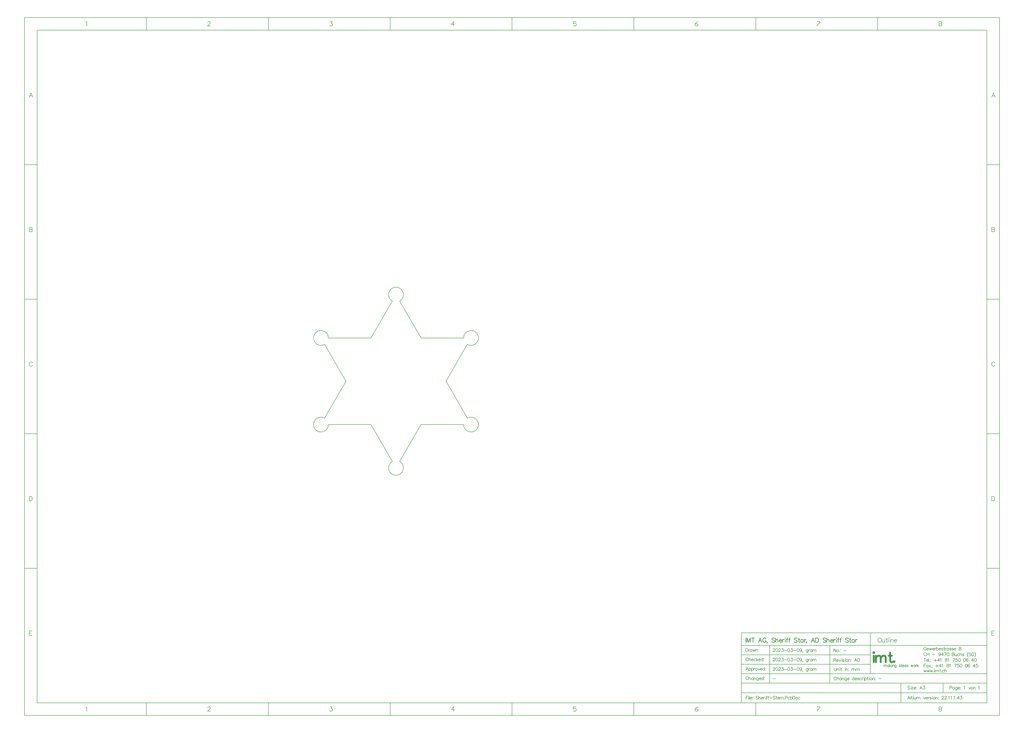
<source format=gm1>
G04*
G04 #@! TF.GenerationSoftware,Altium Limited,Altium Designer,22.11.1 (43)*
G04*
G04 Layer_Color=16711935*
%FSLAX44Y44*%
%MOMM*%
G71*
G04*
G04 #@! TF.SameCoordinates,DB873E63-77BF-45AF-8D19-C352679DEADA*
G04*
G04*
G04 #@! TF.FilePolarity,Positive*
G04*
G01*
G75*
%ADD10C,0.1270*%
%ADD11C,0.2540*%
%ADD12C,0.2000*%
%ADD13C,0.7620*%
%ADD14C,0.1778*%
D10*
X1895000Y-948810D02*
Y-667260D01*
Y-870070D02*
X2885600D01*
X2009300D02*
Y-717670D01*
X1895000Y-755770D02*
X2415700D01*
X1895000Y-793870D02*
X2415700D01*
X1895000Y-831970D02*
X2886200D01*
X2415700Y-832360D02*
Y-666870D01*
X1895000Y-717670D02*
X2885600D01*
X1895000Y-666870D02*
X2885600D01*
X1895270Y-908270D02*
X2885870D01*
X2251870Y-870070D02*
Y-717670D01*
X2538890Y-949200D02*
Y-870206D01*
X2709070Y-908306D02*
Y-870206D01*
X1460625Y1768600D02*
Y1819400D01*
X-15750Y1768600D02*
Y1819400D01*
X2444875Y-1000000D02*
Y-949200D01*
X1952750Y-1000000D02*
Y-949200D01*
X1460625Y-1000000D02*
Y-949200D01*
X968500Y-1000000D02*
Y-949200D01*
X476375Y-1000000D02*
Y-949200D01*
X-15750Y-1000000D02*
Y-949200D01*
X-507875Y-1000000D02*
Y-949200D01*
X-1000000Y-405640D02*
X-949200D01*
X-1000000Y137920D02*
X-949200D01*
X-1000000Y681480D02*
X-949200D01*
X2444875Y1768600D02*
Y1819400D01*
X1952750Y1768600D02*
Y1819400D01*
X968500Y1768600D02*
Y1819400D01*
X476375Y1768600D02*
Y1819400D01*
X-507875Y1768600D02*
Y1819400D01*
X-949200Y1768600D02*
X2886200D01*
Y-949200D02*
Y1768600D01*
X-949200Y-949200D02*
X2886200D01*
X-949200D02*
Y1768600D01*
X-1000000Y1819400D02*
X2937000D01*
Y-1000000D02*
Y1819400D01*
X-1000000Y-1000000D02*
X2937000D01*
X-1000000D02*
Y1819400D01*
Y1225040D02*
X-949200D01*
X2886200D02*
X2937000D01*
X2886200Y681480D02*
X2937000D01*
X2886200Y137920D02*
X2937000D01*
X2886200Y-405640D02*
X2937000D01*
X2277449Y-847696D02*
X2276845Y-846487D01*
X2275636Y-845277D01*
X2274426Y-844673D01*
X2272008D01*
X2270798Y-845277D01*
X2269589Y-846487D01*
X2268985Y-847696D01*
X2268380Y-849510D01*
Y-852533D01*
X2268985Y-854347D01*
X2269589Y-855556D01*
X2270798Y-856765D01*
X2272008Y-857370D01*
X2274426D01*
X2275636Y-856765D01*
X2276845Y-855556D01*
X2277449Y-854347D01*
X2281017Y-844673D02*
Y-857370D01*
Y-851324D02*
X2282831Y-849510D01*
X2284040Y-848905D01*
X2285854D01*
X2287063Y-849510D01*
X2287668Y-851324D01*
Y-857370D01*
X2298249Y-848905D02*
Y-857370D01*
Y-850719D02*
X2297040Y-849510D01*
X2295830Y-848905D01*
X2294016D01*
X2292807Y-849510D01*
X2291598Y-850719D01*
X2290993Y-852533D01*
Y-853742D01*
X2291598Y-855556D01*
X2292807Y-856765D01*
X2294016Y-857370D01*
X2295830D01*
X2297040Y-856765D01*
X2298249Y-855556D01*
X2301635Y-848905D02*
Y-857370D01*
Y-851324D02*
X2303449Y-849510D01*
X2304658Y-848905D01*
X2306472D01*
X2307681Y-849510D01*
X2308286Y-851324D01*
Y-857370D01*
X2318867Y-848905D02*
Y-858579D01*
X2318262Y-860393D01*
X2317657Y-860998D01*
X2316448Y-861602D01*
X2314634D01*
X2313425Y-860998D01*
X2318867Y-850719D02*
X2317657Y-849510D01*
X2316448Y-848905D01*
X2314634D01*
X2313425Y-849510D01*
X2312216Y-850719D01*
X2311611Y-852533D01*
Y-853742D01*
X2312216Y-855556D01*
X2313425Y-856765D01*
X2314634Y-857370D01*
X2316448D01*
X2317657Y-856765D01*
X2318867Y-855556D01*
X2322253Y-852533D02*
X2329508D01*
Y-851324D01*
X2328904Y-850114D01*
X2328299Y-849510D01*
X2327090Y-848905D01*
X2325276D01*
X2324067Y-849510D01*
X2322857Y-850719D01*
X2322253Y-852533D01*
Y-853742D01*
X2322857Y-855556D01*
X2324067Y-856765D01*
X2325276Y-857370D01*
X2327090D01*
X2328299Y-856765D01*
X2329508Y-855556D01*
X2349461Y-844673D02*
Y-857370D01*
Y-850719D02*
X2348252Y-849510D01*
X2347043Y-848905D01*
X2345229D01*
X2344019Y-849510D01*
X2342810Y-850719D01*
X2342206Y-852533D01*
Y-853742D01*
X2342810Y-855556D01*
X2344019Y-856765D01*
X2345229Y-857370D01*
X2347043D01*
X2348252Y-856765D01*
X2349461Y-855556D01*
X2352847Y-852533D02*
X2360103D01*
Y-851324D01*
X2359498Y-850114D01*
X2358893Y-849510D01*
X2357684Y-848905D01*
X2355870D01*
X2354661Y-849510D01*
X2353452Y-850719D01*
X2352847Y-852533D01*
Y-853742D01*
X2353452Y-855556D01*
X2354661Y-856765D01*
X2355870Y-857370D01*
X2357684D01*
X2358893Y-856765D01*
X2360103Y-855556D01*
X2369474Y-850719D02*
X2368870Y-849510D01*
X2367056Y-848905D01*
X2365242D01*
X2363428Y-849510D01*
X2362824Y-850719D01*
X2363428Y-851928D01*
X2364637Y-852533D01*
X2367661Y-853138D01*
X2368870Y-853742D01*
X2369474Y-854951D01*
Y-855556D01*
X2368870Y-856765D01*
X2367056Y-857370D01*
X2365242D01*
X2363428Y-856765D01*
X2362824Y-855556D01*
X2379391Y-850719D02*
X2378181Y-849510D01*
X2376972Y-848905D01*
X2375158D01*
X2373949Y-849510D01*
X2372740Y-850719D01*
X2372135Y-852533D01*
Y-853742D01*
X2372740Y-855556D01*
X2373949Y-856765D01*
X2375158Y-857370D01*
X2376972D01*
X2378181Y-856765D01*
X2379391Y-855556D01*
X2382111Y-848905D02*
Y-857370D01*
Y-852533D02*
X2382716Y-850719D01*
X2383925Y-849510D01*
X2385134Y-848905D01*
X2386948D01*
X2389306Y-844673D02*
X2389911Y-845277D01*
X2390516Y-844673D01*
X2389911Y-844068D01*
X2389306Y-844673D01*
X2389911Y-848905D02*
Y-857370D01*
X2392753Y-848905D02*
Y-861602D01*
Y-850719D02*
X2393962Y-849510D01*
X2395171Y-848905D01*
X2396985D01*
X2398195Y-849510D01*
X2399404Y-850719D01*
X2400009Y-852533D01*
Y-853742D01*
X2399404Y-855556D01*
X2398195Y-856765D01*
X2396985Y-857370D01*
X2395171D01*
X2393962Y-856765D01*
X2392753Y-855556D01*
X2404543Y-844673D02*
Y-854951D01*
X2405148Y-856765D01*
X2406357Y-857370D01*
X2407566D01*
X2402729Y-848905D02*
X2406962D01*
X2410589Y-844673D02*
X2411194Y-845277D01*
X2411799Y-844673D01*
X2411194Y-844068D01*
X2410589Y-844673D01*
X2411194Y-848905D02*
Y-857370D01*
X2417059Y-848905D02*
X2415850Y-849510D01*
X2414641Y-850719D01*
X2414036Y-852533D01*
Y-853742D01*
X2414641Y-855556D01*
X2415850Y-856765D01*
X2417059Y-857370D01*
X2418873D01*
X2420082Y-856765D01*
X2421292Y-855556D01*
X2421896Y-853742D01*
Y-852533D01*
X2421292Y-850719D01*
X2420082Y-849510D01*
X2418873Y-848905D01*
X2417059D01*
X2424677D02*
Y-857370D01*
Y-851324D02*
X2426491Y-849510D01*
X2427701Y-848905D01*
X2429514D01*
X2430724Y-849510D01*
X2431328Y-851324D01*
Y-857370D01*
X2435258Y-848905D02*
X2434654Y-849510D01*
X2435258Y-850114D01*
X2435863Y-849510D01*
X2435258Y-848905D01*
Y-856161D02*
X2434654Y-856765D01*
X2435258Y-857370D01*
X2435863Y-856765D01*
X2435258Y-856161D01*
X2448621Y-851928D02*
X2459504D01*
X2267710Y-770133D02*
Y-782830D01*
Y-770133D02*
X2273152D01*
X2274966Y-770737D01*
X2275570Y-771342D01*
X2276175Y-772551D01*
Y-773761D01*
X2275570Y-774970D01*
X2274966Y-775574D01*
X2273152Y-776179D01*
X2267710D01*
X2271942D02*
X2276175Y-782830D01*
X2279017Y-777993D02*
X2286272D01*
Y-776784D01*
X2285668Y-775574D01*
X2285063Y-774970D01*
X2283854Y-774365D01*
X2282040D01*
X2280831Y-774970D01*
X2279621Y-776179D01*
X2279017Y-777993D01*
Y-779202D01*
X2279621Y-781016D01*
X2280831Y-782225D01*
X2282040Y-782830D01*
X2283854D01*
X2285063Y-782225D01*
X2286272Y-781016D01*
X2288993Y-774365D02*
X2292621Y-782830D01*
X2296249Y-774365D02*
X2292621Y-782830D01*
X2299514Y-770133D02*
X2300118Y-770737D01*
X2300723Y-770133D01*
X2300118Y-769528D01*
X2299514Y-770133D01*
X2300118Y-774365D02*
Y-782830D01*
X2309611Y-776179D02*
X2309006Y-774970D01*
X2307193Y-774365D01*
X2305379D01*
X2303565Y-774970D01*
X2302960Y-776179D01*
X2303565Y-777388D01*
X2304774Y-777993D01*
X2307797Y-778598D01*
X2309006Y-779202D01*
X2309611Y-780412D01*
Y-781016D01*
X2309006Y-782225D01*
X2307193Y-782830D01*
X2305379D01*
X2303565Y-782225D01*
X2302960Y-781016D01*
X2313481Y-770133D02*
X2314085Y-770737D01*
X2314690Y-770133D01*
X2314085Y-769528D01*
X2313481Y-770133D01*
X2314085Y-774365D02*
Y-782830D01*
X2319950Y-774365D02*
X2318741Y-774970D01*
X2317532Y-776179D01*
X2316927Y-777993D01*
Y-779202D01*
X2317532Y-781016D01*
X2318741Y-782225D01*
X2319950Y-782830D01*
X2321764D01*
X2322973Y-782225D01*
X2324183Y-781016D01*
X2324787Y-779202D01*
Y-777993D01*
X2324183Y-776179D01*
X2322973Y-774970D01*
X2321764Y-774365D01*
X2319950D01*
X2327569D02*
Y-782830D01*
Y-776784D02*
X2329382Y-774970D01*
X2330592Y-774365D01*
X2332406D01*
X2333615Y-774970D01*
X2334220Y-776784D01*
Y-782830D01*
X2338150Y-774365D02*
X2337545Y-774970D01*
X2338150Y-775574D01*
X2338754Y-774970D01*
X2338150Y-774365D01*
Y-781621D02*
X2337545Y-782225D01*
X2338150Y-782830D01*
X2338754Y-782225D01*
X2338150Y-781621D01*
X2361186Y-782830D02*
X2356349Y-770133D01*
X2351512Y-782830D01*
X2353326Y-778598D02*
X2359372D01*
X2367777Y-770133D02*
X2365963Y-770737D01*
X2364754Y-772551D01*
X2364149Y-775574D01*
Y-777388D01*
X2364754Y-780412D01*
X2365963Y-782225D01*
X2367777Y-782830D01*
X2368986D01*
X2370800Y-782225D01*
X2372009Y-780412D01*
X2372614Y-777388D01*
Y-775574D01*
X2372009Y-772551D01*
X2370800Y-770737D01*
X2368986Y-770133D01*
X2367777D01*
X2736340Y-888544D02*
X2741782D01*
X2743596Y-887939D01*
X2744200Y-887334D01*
X2744805Y-886125D01*
Y-884311D01*
X2744200Y-883102D01*
X2743596Y-882497D01*
X2741782Y-881893D01*
X2736340D01*
Y-894590D01*
X2754902Y-886125D02*
Y-894590D01*
Y-887939D02*
X2753693Y-886730D01*
X2752484Y-886125D01*
X2750670D01*
X2749460Y-886730D01*
X2748251Y-887939D01*
X2747646Y-889753D01*
Y-890962D01*
X2748251Y-892776D01*
X2749460Y-893985D01*
X2750670Y-894590D01*
X2752484D01*
X2753693Y-893985D01*
X2754902Y-892776D01*
X2765544Y-886125D02*
Y-895799D01*
X2764939Y-897613D01*
X2764334Y-898218D01*
X2763125Y-898822D01*
X2761311D01*
X2760102Y-898218D01*
X2765544Y-887939D02*
X2764334Y-886730D01*
X2763125Y-886125D01*
X2761311D01*
X2760102Y-886730D01*
X2758893Y-887939D01*
X2758288Y-889753D01*
Y-890962D01*
X2758893Y-892776D01*
X2760102Y-893985D01*
X2761311Y-894590D01*
X2763125D01*
X2764334Y-893985D01*
X2765544Y-892776D01*
X2768930Y-889753D02*
X2776185D01*
Y-888544D01*
X2775581Y-887334D01*
X2774976Y-886730D01*
X2773767Y-886125D01*
X2771953D01*
X2770744Y-886730D01*
X2769534Y-887939D01*
X2768930Y-889753D01*
Y-890962D01*
X2769534Y-892776D01*
X2770744Y-893985D01*
X2771953Y-894590D01*
X2773767D01*
X2774976Y-893985D01*
X2776185Y-892776D01*
X2779511Y-886125D02*
X2778906Y-886730D01*
X2779511Y-887334D01*
X2780115Y-886730D01*
X2779511Y-886125D01*
Y-893381D02*
X2778906Y-893985D01*
X2779511Y-894590D01*
X2780115Y-893985D01*
X2779511Y-893381D01*
X2792873Y-884311D02*
X2794082Y-883707D01*
X2795896Y-881893D01*
Y-894590D01*
X2812161Y-886125D02*
X2815789Y-894590D01*
X2819417Y-886125D02*
X2815789Y-894590D01*
X2824496Y-886125D02*
X2823286Y-886730D01*
X2822077Y-887939D01*
X2821472Y-889753D01*
Y-890962D01*
X2822077Y-892776D01*
X2823286Y-893985D01*
X2824496Y-894590D01*
X2826309D01*
X2827519Y-893985D01*
X2828728Y-892776D01*
X2829333Y-890962D01*
Y-889753D01*
X2828728Y-887939D01*
X2827519Y-886730D01*
X2826309Y-886125D01*
X2824496D01*
X2832114D02*
Y-894590D01*
Y-888544D02*
X2833928Y-886730D01*
X2835137Y-886125D01*
X2836951D01*
X2838160Y-886730D01*
X2838765Y-888544D01*
Y-894590D01*
X2852067Y-884311D02*
X2853276Y-883707D01*
X2855090Y-881893D01*
Y-894590D01*
X2267710Y-730763D02*
Y-743460D01*
Y-730763D02*
X2276175Y-743460D01*
Y-730763D02*
Y-743460D01*
X2282705Y-734995D02*
X2281496Y-735600D01*
X2280286Y-736809D01*
X2279682Y-738623D01*
Y-739832D01*
X2280286Y-741646D01*
X2281496Y-742855D01*
X2282705Y-743460D01*
X2284519D01*
X2285728Y-742855D01*
X2286937Y-741646D01*
X2287542Y-739832D01*
Y-738623D01*
X2286937Y-736809D01*
X2285728Y-735600D01*
X2284519Y-734995D01*
X2282705D01*
X2290928Y-742251D02*
X2290323Y-742855D01*
X2290928Y-743460D01*
X2291532Y-742855D01*
X2290928Y-742251D01*
X2294918Y-734995D02*
X2294314Y-735600D01*
X2294918Y-736204D01*
X2295523Y-735600D01*
X2294918Y-734995D01*
Y-742251D02*
X2294314Y-742855D01*
X2294918Y-743460D01*
X2295523Y-742855D01*
X2294918Y-742251D01*
X2308281Y-738018D02*
X2319164D01*
X1922454Y-818000D02*
X1917617Y-805303D01*
X1912780Y-818000D01*
X1914594Y-813768D02*
X1920640D01*
X1925417Y-809535D02*
Y-822232D01*
Y-811349D02*
X1926626Y-810140D01*
X1927835Y-809535D01*
X1929649D01*
X1930858Y-810140D01*
X1932068Y-811349D01*
X1932672Y-813163D01*
Y-814372D01*
X1932068Y-816186D01*
X1930858Y-817395D01*
X1929649Y-818000D01*
X1927835D01*
X1926626Y-817395D01*
X1925417Y-816186D01*
X1935393Y-809535D02*
Y-822232D01*
Y-811349D02*
X1936602Y-810140D01*
X1937812Y-809535D01*
X1939626D01*
X1940835Y-810140D01*
X1942044Y-811349D01*
X1942649Y-813163D01*
Y-814372D01*
X1942044Y-816186D01*
X1940835Y-817395D01*
X1939626Y-818000D01*
X1937812D01*
X1936602Y-817395D01*
X1935393Y-816186D01*
X1945370Y-809535D02*
Y-818000D01*
Y-813163D02*
X1945974Y-811349D01*
X1947184Y-810140D01*
X1948393Y-809535D01*
X1950207D01*
X1954379D02*
X1953169Y-810140D01*
X1951960Y-811349D01*
X1951355Y-813163D01*
Y-814372D01*
X1951960Y-816186D01*
X1953169Y-817395D01*
X1954379Y-818000D01*
X1956193D01*
X1957402Y-817395D01*
X1958611Y-816186D01*
X1959216Y-814372D01*
Y-813163D01*
X1958611Y-811349D01*
X1957402Y-810140D01*
X1956193Y-809535D01*
X1954379D01*
X1961997D02*
X1965625Y-818000D01*
X1969253Y-809535D02*
X1965625Y-818000D01*
X1971308Y-813163D02*
X1978564D01*
Y-811954D01*
X1977959Y-810744D01*
X1977355Y-810140D01*
X1976145Y-809535D01*
X1974332D01*
X1973122Y-810140D01*
X1971913Y-811349D01*
X1971308Y-813163D01*
Y-814372D01*
X1971913Y-816186D01*
X1973122Y-817395D01*
X1974332Y-818000D01*
X1976145D01*
X1977355Y-817395D01*
X1978564Y-816186D01*
X1988540Y-805303D02*
Y-818000D01*
Y-811349D02*
X1987331Y-810140D01*
X1986122Y-809535D01*
X1984308D01*
X1983099Y-810140D01*
X1981889Y-811349D01*
X1981285Y-813163D01*
Y-814372D01*
X1981889Y-816186D01*
X1983099Y-817395D01*
X1984308Y-818000D01*
X1986122D01*
X1987331Y-817395D01*
X1988540Y-816186D01*
X1992531Y-809535D02*
X1991926Y-810140D01*
X1992531Y-810744D01*
X1993136Y-810140D01*
X1992531Y-809535D01*
Y-816791D02*
X1991926Y-817395D01*
X1992531Y-818000D01*
X1993136Y-817395D01*
X1992531Y-816791D01*
X1921850Y-770226D02*
X1921245Y-769017D01*
X1920036Y-767807D01*
X1918826Y-767203D01*
X1916408D01*
X1915199Y-767807D01*
X1913989Y-769017D01*
X1913385Y-770226D01*
X1912780Y-772040D01*
Y-775063D01*
X1913385Y-776877D01*
X1913989Y-778086D01*
X1915199Y-779295D01*
X1916408Y-779900D01*
X1918826D01*
X1920036Y-779295D01*
X1921245Y-778086D01*
X1921850Y-776877D01*
X1925417Y-767203D02*
Y-779900D01*
Y-773854D02*
X1927231Y-772040D01*
X1928440Y-771435D01*
X1930254D01*
X1931463Y-772040D01*
X1932068Y-773854D01*
Y-779900D01*
X1935393Y-775063D02*
X1942649D01*
Y-773854D01*
X1942044Y-772644D01*
X1941440Y-772040D01*
X1940230Y-771435D01*
X1938416D01*
X1937207Y-772040D01*
X1935998Y-773249D01*
X1935393Y-775063D01*
Y-776272D01*
X1935998Y-778086D01*
X1937207Y-779295D01*
X1938416Y-779900D01*
X1940230D01*
X1941440Y-779295D01*
X1942649Y-778086D01*
X1952625Y-773249D02*
X1951416Y-772040D01*
X1950207Y-771435D01*
X1948393D01*
X1947184Y-772040D01*
X1945974Y-773249D01*
X1945370Y-775063D01*
Y-776272D01*
X1945974Y-778086D01*
X1947184Y-779295D01*
X1948393Y-779900D01*
X1950207D01*
X1951416Y-779295D01*
X1952625Y-778086D01*
X1955346Y-767203D02*
Y-779900D01*
X1961392Y-771435D02*
X1955346Y-777482D01*
X1957765Y-775063D02*
X1961997Y-779900D01*
X1963992Y-775063D02*
X1971248D01*
Y-773854D01*
X1970643Y-772644D01*
X1970039Y-772040D01*
X1968829Y-771435D01*
X1967016D01*
X1965806Y-772040D01*
X1964597Y-773249D01*
X1963992Y-775063D01*
Y-776272D01*
X1964597Y-778086D01*
X1965806Y-779295D01*
X1967016Y-779900D01*
X1968829D01*
X1970039Y-779295D01*
X1971248Y-778086D01*
X1981224Y-767203D02*
Y-779900D01*
Y-773249D02*
X1980015Y-772040D01*
X1978806Y-771435D01*
X1976992D01*
X1975783Y-772040D01*
X1974573Y-773249D01*
X1973969Y-775063D01*
Y-776272D01*
X1974573Y-778086D01*
X1975783Y-779295D01*
X1976992Y-779900D01*
X1978806D01*
X1980015Y-779295D01*
X1981224Y-778086D01*
X1985215Y-771435D02*
X1984610Y-772040D01*
X1985215Y-772644D01*
X1985820Y-772040D01*
X1985215Y-771435D01*
Y-778691D02*
X1984610Y-779295D01*
X1985215Y-779900D01*
X1985820Y-779295D01*
X1985215Y-778691D01*
X1912780Y-729103D02*
Y-741800D01*
Y-729103D02*
X1917012D01*
X1918826Y-729707D01*
X1920036Y-730917D01*
X1920640Y-732126D01*
X1921245Y-733940D01*
Y-736963D01*
X1920640Y-738777D01*
X1920036Y-739986D01*
X1918826Y-741195D01*
X1917012Y-741800D01*
X1912780D01*
X1924087Y-733335D02*
Y-741800D01*
Y-736963D02*
X1924691Y-735149D01*
X1925901Y-733940D01*
X1927110Y-733335D01*
X1928924D01*
X1937328D02*
Y-741800D01*
Y-735149D02*
X1936119Y-733940D01*
X1934910Y-733335D01*
X1933096D01*
X1931886Y-733940D01*
X1930677Y-735149D01*
X1930072Y-736963D01*
Y-738172D01*
X1930677Y-739986D01*
X1931886Y-741195D01*
X1933096Y-741800D01*
X1934910D01*
X1936119Y-741195D01*
X1937328Y-739986D01*
X1940714Y-733335D02*
X1943133Y-741800D01*
X1945551Y-733335D02*
X1943133Y-741800D01*
X1945551Y-733335D02*
X1947970Y-741800D01*
X1950388Y-733335D02*
X1947970Y-741800D01*
X1953351Y-733335D02*
Y-741800D01*
Y-735754D02*
X1955165Y-733940D01*
X1956374Y-733335D01*
X1958188D01*
X1959397Y-733940D01*
X1960002Y-735754D01*
Y-741800D01*
X1963932Y-733335D02*
X1963327Y-733940D01*
X1963932Y-734544D01*
X1964536Y-733940D01*
X1963932Y-733335D01*
Y-740591D02*
X1963327Y-741195D01*
X1963932Y-741800D01*
X1964536Y-741195D01*
X1963932Y-740591D01*
X1913000Y-922303D02*
Y-935000D01*
Y-922303D02*
X1920860D01*
X1913000Y-928349D02*
X1917837D01*
X1923521Y-922303D02*
X1924125Y-922907D01*
X1924730Y-922303D01*
X1924125Y-921698D01*
X1923521Y-922303D01*
X1924125Y-926535D02*
Y-935000D01*
X1926967Y-922303D02*
Y-935000D01*
X1929627Y-930163D02*
X1936883D01*
Y-928954D01*
X1936278Y-927744D01*
X1935674Y-927140D01*
X1934464Y-926535D01*
X1932650D01*
X1931441Y-927140D01*
X1930232Y-928349D01*
X1929627Y-930163D01*
Y-931372D01*
X1930232Y-933186D01*
X1931441Y-934395D01*
X1932650Y-935000D01*
X1934464D01*
X1935674Y-934395D01*
X1936883Y-933186D01*
X1940208Y-926535D02*
X1939604Y-927140D01*
X1940208Y-927744D01*
X1940813Y-927140D01*
X1940208Y-926535D01*
Y-933791D02*
X1939604Y-934395D01*
X1940208Y-935000D01*
X1940813Y-934395D01*
X1940208Y-933791D01*
X1962036Y-924117D02*
X1960826Y-922907D01*
X1959012Y-922303D01*
X1956594D01*
X1954780Y-922907D01*
X1953571Y-924117D01*
Y-925326D01*
X1954175Y-926535D01*
X1954780Y-927140D01*
X1955989Y-927744D01*
X1959617Y-928954D01*
X1960826Y-929558D01*
X1961431Y-930163D01*
X1962036Y-931372D01*
Y-933186D01*
X1960826Y-934395D01*
X1959012Y-935000D01*
X1956594D01*
X1954780Y-934395D01*
X1953571Y-933186D01*
X1964877Y-922303D02*
Y-935000D01*
Y-928954D02*
X1966691Y-927140D01*
X1967901Y-926535D01*
X1969715D01*
X1970924Y-927140D01*
X1971528Y-928954D01*
Y-935000D01*
X1974854Y-930163D02*
X1982109D01*
Y-928954D01*
X1981505Y-927744D01*
X1980900Y-927140D01*
X1979691Y-926535D01*
X1977877D01*
X1976668Y-927140D01*
X1975459Y-928349D01*
X1974854Y-930163D01*
Y-931372D01*
X1975459Y-933186D01*
X1976668Y-934395D01*
X1977877Y-935000D01*
X1979691D01*
X1980900Y-934395D01*
X1982109Y-933186D01*
X1984830Y-926535D02*
Y-935000D01*
Y-930163D02*
X1985435Y-928349D01*
X1986644Y-927140D01*
X1987854Y-926535D01*
X1989667D01*
X1992025Y-922303D02*
X1992630Y-922907D01*
X1993235Y-922303D01*
X1992630Y-921698D01*
X1992025Y-922303D01*
X1992630Y-926535D02*
Y-935000D01*
X2000309Y-922303D02*
X1999100D01*
X1997890Y-922907D01*
X1997286Y-924721D01*
Y-935000D01*
X1995472Y-926535D02*
X1999704D01*
X2006960Y-922303D02*
X2005751D01*
X2004541Y-922907D01*
X2003937Y-924721D01*
Y-935000D01*
X2002123Y-926535D02*
X2006355D01*
X2008774Y-929558D02*
X2019657D01*
X2031871Y-924117D02*
X2030661Y-922907D01*
X2028848Y-922303D01*
X2026429D01*
X2024615Y-922907D01*
X2023406Y-924117D01*
Y-925326D01*
X2024010Y-926535D01*
X2024615Y-927140D01*
X2025824Y-927744D01*
X2029452Y-928954D01*
X2030661Y-929558D01*
X2031266Y-930163D01*
X2031871Y-931372D01*
Y-933186D01*
X2030661Y-934395D01*
X2028848Y-935000D01*
X2026429D01*
X2024615Y-934395D01*
X2023406Y-933186D01*
X2036526Y-922303D02*
Y-932581D01*
X2037131Y-934395D01*
X2038340Y-935000D01*
X2039550D01*
X2034713Y-926535D02*
X2038945D01*
X2041364Y-930163D02*
X2048619D01*
Y-928954D01*
X2048014Y-927744D01*
X2047410Y-927140D01*
X2046201Y-926535D01*
X2044387D01*
X2043177Y-927140D01*
X2041968Y-928349D01*
X2041364Y-930163D01*
Y-931372D01*
X2041968Y-933186D01*
X2043177Y-934395D01*
X2044387Y-935000D01*
X2046201D01*
X2047410Y-934395D01*
X2048619Y-933186D01*
X2051340Y-926535D02*
Y-935000D01*
Y-930163D02*
X2051944Y-928349D01*
X2053154Y-927140D01*
X2054363Y-926535D01*
X2056177D01*
X2057326D02*
Y-935000D01*
Y-928954D02*
X2059140Y-927140D01*
X2060349Y-926535D01*
X2062163D01*
X2063372Y-927140D01*
X2063977Y-928954D01*
Y-935000D01*
X2067907Y-933791D02*
X2067302Y-934395D01*
X2067907Y-935000D01*
X2068512Y-934395D01*
X2067907Y-933791D01*
X2071293Y-928954D02*
X2076734D01*
X2078548Y-928349D01*
X2079153Y-927744D01*
X2079758Y-926535D01*
Y-924721D01*
X2079153Y-923512D01*
X2078548Y-922907D01*
X2076734Y-922303D01*
X2071293D01*
Y-935000D01*
X2089855Y-928349D02*
X2088646Y-927140D01*
X2087436Y-926535D01*
X2085623D01*
X2084413Y-927140D01*
X2083204Y-928349D01*
X2082599Y-930163D01*
Y-931372D01*
X2083204Y-933186D01*
X2084413Y-934395D01*
X2085623Y-935000D01*
X2087436D01*
X2088646Y-934395D01*
X2089855Y-933186D01*
X2092576Y-922303D02*
Y-935000D01*
Y-928349D02*
X2093785Y-927140D01*
X2094994Y-926535D01*
X2096808D01*
X2098017Y-927140D01*
X2099227Y-928349D01*
X2099831Y-930163D01*
Y-931372D01*
X2099227Y-933186D01*
X2098017Y-934395D01*
X2096808Y-935000D01*
X2094994D01*
X2093785Y-934395D01*
X2092576Y-933186D01*
X2102552Y-922303D02*
Y-935000D01*
Y-922303D02*
X2106785D01*
X2108599Y-922907D01*
X2109808Y-924117D01*
X2110412Y-925326D01*
X2111017Y-927140D01*
Y-930163D01*
X2110412Y-931977D01*
X2109808Y-933186D01*
X2108599Y-934395D01*
X2106785Y-935000D01*
X2102552D01*
X2116882Y-926535D02*
X2115673Y-927140D01*
X2114464Y-928349D01*
X2113859Y-930163D01*
Y-931372D01*
X2114464Y-933186D01*
X2115673Y-934395D01*
X2116882Y-935000D01*
X2118696D01*
X2119905Y-934395D01*
X2121115Y-933186D01*
X2121719Y-931372D01*
Y-930163D01*
X2121115Y-928349D01*
X2119905Y-927140D01*
X2118696Y-926535D01*
X2116882D01*
X2131756Y-928349D02*
X2130547Y-927140D01*
X2129337Y-926535D01*
X2127524D01*
X2126314Y-927140D01*
X2125105Y-928349D01*
X2124500Y-930163D01*
Y-931372D01*
X2125105Y-933186D01*
X2126314Y-934395D01*
X2127524Y-935000D01*
X2129337D01*
X2130547Y-934395D01*
X2131756Y-933186D01*
X2268980Y-806963D02*
Y-816032D01*
X2269585Y-817846D01*
X2270794Y-819055D01*
X2272608Y-819660D01*
X2273817D01*
X2275631Y-819055D01*
X2276840Y-817846D01*
X2277445Y-816032D01*
Y-806963D01*
X2280952Y-811195D02*
Y-819660D01*
Y-813614D02*
X2282766Y-811800D01*
X2283975Y-811195D01*
X2285789D01*
X2286998Y-811800D01*
X2287603Y-813614D01*
Y-819660D01*
X2292137Y-806963D02*
X2292742Y-807567D01*
X2293347Y-806963D01*
X2292742Y-806358D01*
X2292137Y-806963D01*
X2292742Y-811195D02*
Y-819660D01*
X2297398Y-806963D02*
Y-817242D01*
X2298002Y-819055D01*
X2299212Y-819660D01*
X2300421D01*
X2295584Y-811195D02*
X2299816D01*
X2313421Y-806963D02*
X2314025Y-807567D01*
X2314630Y-806963D01*
X2314025Y-806358D01*
X2313421Y-806963D01*
X2314025Y-811195D02*
Y-819660D01*
X2316867Y-811195D02*
Y-819660D01*
Y-813614D02*
X2318681Y-811800D01*
X2319890Y-811195D01*
X2321704D01*
X2322913Y-811800D01*
X2323518Y-813614D01*
Y-819660D01*
X2327448Y-811195D02*
X2326843Y-811800D01*
X2327448Y-812404D01*
X2328053Y-811800D01*
X2327448Y-811195D01*
Y-818451D02*
X2326843Y-819055D01*
X2327448Y-819660D01*
X2328053Y-819055D01*
X2327448Y-818451D01*
X2340810Y-811195D02*
Y-819660D01*
Y-813614D02*
X2342624Y-811800D01*
X2343833Y-811195D01*
X2345647D01*
X2346857Y-811800D01*
X2347461Y-813614D01*
Y-819660D01*
Y-813614D02*
X2349275Y-811800D01*
X2350484Y-811195D01*
X2352298D01*
X2353508Y-811800D01*
X2354112Y-813614D01*
Y-819660D01*
X2358103Y-811195D02*
Y-819660D01*
Y-813614D02*
X2359917Y-811800D01*
X2361126Y-811195D01*
X2362940D01*
X2364149Y-811800D01*
X2364754Y-813614D01*
Y-819660D01*
Y-813614D02*
X2366568Y-811800D01*
X2367777Y-811195D01*
X2369591D01*
X2370800Y-811800D01*
X2371405Y-813614D01*
Y-819660D01*
X2574625Y-883707D02*
X2573416Y-882497D01*
X2571602Y-881893D01*
X2569183D01*
X2567369Y-882497D01*
X2566160Y-883707D01*
Y-884916D01*
X2566765Y-886125D01*
X2567369Y-886730D01*
X2568578Y-887334D01*
X2572206Y-888544D01*
X2573416Y-889148D01*
X2574020Y-889753D01*
X2574625Y-890962D01*
Y-892776D01*
X2573416Y-893985D01*
X2571602Y-894590D01*
X2569183D01*
X2567369Y-893985D01*
X2566160Y-892776D01*
X2578676Y-881893D02*
X2579280Y-882497D01*
X2579885Y-881893D01*
X2579280Y-881288D01*
X2578676Y-881893D01*
X2579280Y-886125D02*
Y-894590D01*
X2588773Y-886125D02*
X2582122Y-894590D01*
Y-886125D02*
X2588773D01*
X2582122Y-894590D02*
X2588773D01*
X2591434Y-889753D02*
X2598689D01*
Y-888544D01*
X2598085Y-887334D01*
X2597480Y-886730D01*
X2596271Y-886125D01*
X2594457D01*
X2593247Y-886730D01*
X2592038Y-887939D01*
X2591434Y-889753D01*
Y-890962D01*
X2592038Y-892776D01*
X2593247Y-893985D01*
X2594457Y-894590D01*
X2596271D01*
X2597480Y-893985D01*
X2598689Y-892776D01*
X2602015Y-886125D02*
X2601410Y-886730D01*
X2602015Y-887334D01*
X2602619Y-886730D01*
X2602015Y-886125D01*
Y-893381D02*
X2601410Y-893985D01*
X2602015Y-894590D01*
X2602619Y-893985D01*
X2602015Y-893381D01*
X2625051Y-894590D02*
X2620214Y-881893D01*
X2615377Y-894590D01*
X2617191Y-890358D02*
X2623237D01*
X2629223Y-881893D02*
X2635874D01*
X2632246Y-886730D01*
X2634060D01*
X2635269Y-887334D01*
X2635874Y-887939D01*
X2636479Y-889753D01*
Y-890962D01*
X2635874Y-892776D01*
X2634665Y-893985D01*
X2632851Y-894590D01*
X2631037D01*
X2629223Y-893985D01*
X2628618Y-893381D01*
X2628014Y-892171D01*
X2631600Y-792603D02*
Y-805300D01*
Y-792603D02*
X2639460D01*
X2631600Y-798649D02*
X2636437D01*
X2648167Y-796835D02*
Y-805300D01*
Y-798649D02*
X2646958Y-797440D01*
X2645748Y-796835D01*
X2643935D01*
X2642725Y-797440D01*
X2641516Y-798649D01*
X2640911Y-800463D01*
Y-801672D01*
X2641516Y-803486D01*
X2642725Y-804695D01*
X2643935Y-805300D01*
X2645748D01*
X2646958Y-804695D01*
X2648167Y-803486D01*
X2651553Y-796835D02*
X2658204Y-805300D01*
Y-796835D02*
X2651553Y-805300D01*
X2661469Y-804091D02*
X2660864Y-804695D01*
X2661469Y-805300D01*
X2662073Y-804695D01*
X2661469Y-804091D01*
X2665459Y-796835D02*
X2664855Y-797440D01*
X2665459Y-798044D01*
X2666064Y-797440D01*
X2665459Y-796835D01*
Y-804091D02*
X2664855Y-804695D01*
X2665459Y-805300D01*
X2666064Y-804695D01*
X2665459Y-804091D01*
X2684264Y-794417D02*
Y-805300D01*
X2678822Y-799858D02*
X2689705D01*
X2699500Y-792603D02*
X2693454Y-801068D01*
X2702523D01*
X2699500Y-792603D02*
Y-805300D01*
X2704760Y-795021D02*
X2705970Y-794417D01*
X2707784Y-792603D01*
Y-805300D01*
X2727072Y-792603D02*
X2725258Y-793207D01*
X2724653Y-794417D01*
Y-795626D01*
X2725258Y-796835D01*
X2726467Y-797440D01*
X2728885Y-798044D01*
X2730699Y-798649D01*
X2731909Y-799858D01*
X2732513Y-801068D01*
Y-802881D01*
X2731909Y-804091D01*
X2731304Y-804695D01*
X2729490Y-805300D01*
X2727072D01*
X2725258Y-804695D01*
X2724653Y-804091D01*
X2724048Y-802881D01*
Y-801068D01*
X2724653Y-799858D01*
X2725862Y-798649D01*
X2727676Y-798044D01*
X2730095Y-797440D01*
X2731304Y-796835D01*
X2731909Y-795626D01*
Y-794417D01*
X2731304Y-793207D01*
X2729490Y-792603D01*
X2727072D01*
X2735355Y-795021D02*
X2736564Y-794417D01*
X2738378Y-792603D01*
Y-805300D01*
X2763108Y-792603D02*
X2757061Y-805300D01*
X2754643Y-792603D02*
X2763108D01*
X2773205D02*
X2767159D01*
X2766554Y-798044D01*
X2767159Y-797440D01*
X2768972Y-796835D01*
X2770786D01*
X2772600Y-797440D01*
X2773810Y-798649D01*
X2774414Y-800463D01*
Y-801672D01*
X2773810Y-803486D01*
X2772600Y-804695D01*
X2770786Y-805300D01*
X2768972D01*
X2767159Y-804695D01*
X2766554Y-804091D01*
X2765949Y-802881D01*
X2780884Y-792603D02*
X2779070Y-793207D01*
X2777861Y-795021D01*
X2777256Y-798044D01*
Y-799858D01*
X2777861Y-802881D01*
X2779070Y-804695D01*
X2780884Y-805300D01*
X2782093D01*
X2783907Y-804695D01*
X2785116Y-802881D01*
X2785721Y-799858D01*
Y-798044D01*
X2785116Y-795021D01*
X2783907Y-793207D01*
X2782093Y-792603D01*
X2780884D01*
X2802167D02*
X2800353Y-793207D01*
X2799144Y-795021D01*
X2798539Y-798044D01*
Y-799858D01*
X2799144Y-802881D01*
X2800353Y-804695D01*
X2802167Y-805300D01*
X2803376D01*
X2805190Y-804695D01*
X2806399Y-802881D01*
X2807004Y-799858D01*
Y-798044D01*
X2806399Y-795021D01*
X2805190Y-793207D01*
X2803376Y-792603D01*
X2802167D01*
X2817101Y-794417D02*
X2816497Y-793207D01*
X2814683Y-792603D01*
X2813474D01*
X2811660Y-793207D01*
X2810450Y-795021D01*
X2809846Y-798044D01*
Y-801068D01*
X2810450Y-803486D01*
X2811660Y-804695D01*
X2813474Y-805300D01*
X2814078D01*
X2815892Y-804695D01*
X2817101Y-803486D01*
X2817706Y-801672D01*
Y-801068D01*
X2817101Y-799254D01*
X2815892Y-798044D01*
X2814078Y-797440D01*
X2813474D01*
X2811660Y-798044D01*
X2810450Y-799254D01*
X2809846Y-801068D01*
X2836510Y-792603D02*
X2830464Y-801068D01*
X2839533D01*
X2836510Y-792603D02*
Y-805300D01*
X2849026Y-792603D02*
X2842979D01*
X2842375Y-798044D01*
X2842979Y-797440D01*
X2844793Y-796835D01*
X2846607D01*
X2848421Y-797440D01*
X2849630Y-798649D01*
X2850235Y-800463D01*
Y-801672D01*
X2849630Y-803486D01*
X2848421Y-804695D01*
X2846607Y-805300D01*
X2844793D01*
X2842979Y-804695D01*
X2842375Y-804091D01*
X2841770Y-802881D01*
X2635833Y-769743D02*
Y-782440D01*
X2631600Y-769743D02*
X2640065D01*
X2641577Y-777603D02*
X2648832D01*
Y-776394D01*
X2648228Y-775184D01*
X2647623Y-774580D01*
X2646414Y-773975D01*
X2644600D01*
X2643390Y-774580D01*
X2642181Y-775789D01*
X2641577Y-777603D01*
Y-778812D01*
X2642181Y-780626D01*
X2643390Y-781835D01*
X2644600Y-782440D01*
X2646414D01*
X2647623Y-781835D01*
X2648832Y-780626D01*
X2651553Y-769743D02*
Y-782440D01*
X2654818Y-781231D02*
X2654213Y-781835D01*
X2654818Y-782440D01*
X2655422Y-781835D01*
X2654818Y-781231D01*
X2658808Y-773975D02*
X2658204Y-774580D01*
X2658808Y-775184D01*
X2659413Y-774580D01*
X2658808Y-773975D01*
Y-781231D02*
X2658204Y-781835D01*
X2658808Y-782440D01*
X2659413Y-781835D01*
X2658808Y-781231D01*
X2677613Y-771557D02*
Y-782440D01*
X2672171Y-776998D02*
X2683054D01*
X2692849Y-769743D02*
X2686803Y-778208D01*
X2695872D01*
X2692849Y-769743D02*
Y-782440D01*
X2698109Y-772161D02*
X2699319Y-771557D01*
X2701133Y-769743D01*
Y-782440D01*
X2720421Y-769743D02*
X2718607Y-770347D01*
X2718002Y-771557D01*
Y-772766D01*
X2718607Y-773975D01*
X2719816Y-774580D01*
X2722234Y-775184D01*
X2724048Y-775789D01*
X2725258Y-776998D01*
X2725862Y-778208D01*
Y-780022D01*
X2725258Y-781231D01*
X2724653Y-781835D01*
X2722839Y-782440D01*
X2720421D01*
X2718607Y-781835D01*
X2718002Y-781231D01*
X2717397Y-780022D01*
Y-778208D01*
X2718002Y-776998D01*
X2719211Y-775789D01*
X2721025Y-775184D01*
X2723444Y-774580D01*
X2724653Y-773975D01*
X2725258Y-772766D01*
Y-771557D01*
X2724653Y-770347D01*
X2722839Y-769743D01*
X2720421D01*
X2728704Y-772161D02*
X2729913Y-771557D01*
X2731727Y-769743D01*
Y-782440D01*
X2756457Y-769743D02*
X2750410Y-782440D01*
X2747992Y-769743D02*
X2756457D01*
X2766554D02*
X2760508D01*
X2759903Y-775184D01*
X2760508Y-774580D01*
X2762321Y-773975D01*
X2764135D01*
X2765949Y-774580D01*
X2767159Y-775789D01*
X2767763Y-777603D01*
Y-778812D01*
X2767159Y-780626D01*
X2765949Y-781835D01*
X2764135Y-782440D01*
X2762321D01*
X2760508Y-781835D01*
X2759903Y-781231D01*
X2759298Y-780022D01*
X2774233Y-769743D02*
X2772419Y-770347D01*
X2771210Y-772161D01*
X2770605Y-775184D01*
Y-776998D01*
X2771210Y-780022D01*
X2772419Y-781835D01*
X2774233Y-782440D01*
X2775442D01*
X2777256Y-781835D01*
X2778465Y-780022D01*
X2779070Y-776998D01*
Y-775184D01*
X2778465Y-772161D01*
X2777256Y-770347D01*
X2775442Y-769743D01*
X2774233D01*
X2795516D02*
X2793702Y-770347D01*
X2792493Y-772161D01*
X2791888Y-775184D01*
Y-776998D01*
X2792493Y-780022D01*
X2793702Y-781835D01*
X2795516Y-782440D01*
X2796725D01*
X2798539Y-781835D01*
X2799748Y-780022D01*
X2800353Y-776998D01*
Y-775184D01*
X2799748Y-772161D01*
X2798539Y-770347D01*
X2796725Y-769743D01*
X2795516D01*
X2810450Y-771557D02*
X2809846Y-770347D01*
X2808032Y-769743D01*
X2806823D01*
X2805009Y-770347D01*
X2803799Y-772161D01*
X2803195Y-775184D01*
Y-778208D01*
X2803799Y-780626D01*
X2805009Y-781835D01*
X2806823Y-782440D01*
X2807427D01*
X2809241Y-781835D01*
X2810450Y-780626D01*
X2811055Y-778812D01*
Y-778208D01*
X2810450Y-776394D01*
X2809241Y-775184D01*
X2807427Y-774580D01*
X2806823D01*
X2805009Y-775184D01*
X2803799Y-776394D01*
X2803195Y-778208D01*
X2829859Y-769743D02*
X2823813Y-778208D01*
X2832882D01*
X2829859Y-769743D02*
Y-782440D01*
X2838747Y-769743D02*
X2836933Y-770347D01*
X2835724Y-772161D01*
X2835119Y-775184D01*
Y-776998D01*
X2835724Y-780022D01*
X2836933Y-781835D01*
X2838747Y-782440D01*
X2839956D01*
X2841770Y-781835D01*
X2842979Y-780022D01*
X2843584Y-776998D01*
Y-775184D01*
X2842979Y-772161D01*
X2841770Y-770347D01*
X2839956Y-769743D01*
X2838747D01*
X2640670Y-749906D02*
X2640065Y-748697D01*
X2638856Y-747487D01*
X2637646Y-746883D01*
X2635228D01*
X2634019Y-747487D01*
X2632809Y-748697D01*
X2632205Y-749906D01*
X2631600Y-751720D01*
Y-754743D01*
X2632205Y-756557D01*
X2632809Y-757766D01*
X2634019Y-758975D01*
X2635228Y-759580D01*
X2637646D01*
X2638856Y-758975D01*
X2640065Y-757766D01*
X2640670Y-756557D01*
X2644237Y-746883D02*
Y-759580D01*
X2652702Y-746883D02*
Y-759580D01*
X2644237Y-752929D02*
X2652702D01*
X2666185Y-754138D02*
X2677068D01*
X2698654Y-751115D02*
X2698049Y-752929D01*
X2696840Y-754138D01*
X2695026Y-754743D01*
X2694421D01*
X2692607Y-754138D01*
X2691398Y-752929D01*
X2690793Y-751115D01*
Y-750510D01*
X2691398Y-748697D01*
X2692607Y-747487D01*
X2694421Y-746883D01*
X2695026D01*
X2696840Y-747487D01*
X2698049Y-748697D01*
X2698654Y-751115D01*
Y-754138D01*
X2698049Y-757161D01*
X2696840Y-758975D01*
X2695026Y-759580D01*
X2693817D01*
X2692003Y-758975D01*
X2691398Y-757766D01*
X2708146Y-746883D02*
X2702100Y-755348D01*
X2711170D01*
X2708146Y-746883D02*
Y-759580D01*
X2721872Y-746883D02*
X2715825Y-759580D01*
X2713407Y-746883D02*
X2721872D01*
X2728341D02*
X2726527Y-747487D01*
X2725318Y-749301D01*
X2724713Y-752324D01*
Y-754138D01*
X2725318Y-757161D01*
X2726527Y-758975D01*
X2728341Y-759580D01*
X2729550D01*
X2731364Y-758975D01*
X2732574Y-757161D01*
X2733178Y-754138D01*
Y-752324D01*
X2732574Y-749301D01*
X2731364Y-747487D01*
X2729550Y-746883D01*
X2728341D01*
X2745996D02*
Y-759580D01*
Y-746883D02*
X2751438D01*
X2753252Y-747487D01*
X2753857Y-748092D01*
X2754461Y-749301D01*
Y-750510D01*
X2753857Y-751720D01*
X2753252Y-752324D01*
X2751438Y-752929D01*
X2745996D02*
X2751438D01*
X2753252Y-753534D01*
X2753857Y-754138D01*
X2754461Y-755348D01*
Y-757161D01*
X2753857Y-758371D01*
X2753252Y-758975D01*
X2751438Y-759580D01*
X2745996D01*
X2757303Y-751115D02*
Y-757161D01*
X2757908Y-758975D01*
X2759117Y-759580D01*
X2760931D01*
X2762140Y-758975D01*
X2763954Y-757161D01*
Y-751115D02*
Y-759580D01*
X2774535Y-752929D02*
X2773326Y-751720D01*
X2772117Y-751115D01*
X2770303D01*
X2769093Y-751720D01*
X2767884Y-752929D01*
X2767279Y-754743D01*
Y-755952D01*
X2767884Y-757766D01*
X2769093Y-758975D01*
X2770303Y-759580D01*
X2772117D01*
X2773326Y-758975D01*
X2774535Y-757766D01*
X2777256Y-746883D02*
Y-759580D01*
Y-753534D02*
X2779070Y-751720D01*
X2780279Y-751115D01*
X2782093D01*
X2783302Y-751720D01*
X2783907Y-753534D01*
Y-759580D01*
X2793883Y-752929D02*
X2793279Y-751720D01*
X2791465Y-751115D01*
X2789651D01*
X2787837Y-751720D01*
X2787232Y-752929D01*
X2787837Y-754138D01*
X2789046Y-754743D01*
X2792069Y-755348D01*
X2793279Y-755952D01*
X2793883Y-757161D01*
Y-757766D01*
X2793279Y-758975D01*
X2791465Y-759580D01*
X2789651D01*
X2787837Y-758975D01*
X2787232Y-757766D01*
X2810753Y-744464D02*
X2809543Y-745674D01*
X2808334Y-747487D01*
X2807125Y-749906D01*
X2806520Y-752929D01*
Y-755348D01*
X2807125Y-758371D01*
X2808334Y-760789D01*
X2809543Y-762603D01*
X2810753Y-763812D01*
X2809543Y-745674D02*
X2808334Y-748092D01*
X2807729Y-749906D01*
X2807125Y-752929D01*
Y-755348D01*
X2807729Y-758371D01*
X2808334Y-760185D01*
X2809543Y-762603D01*
X2821636Y-748697D02*
X2820427Y-747487D01*
X2818613Y-746883D01*
X2816194D01*
X2814380Y-747487D01*
X2813171Y-748697D01*
Y-749906D01*
X2813776Y-751115D01*
X2814380Y-751720D01*
X2815590Y-752324D01*
X2819218Y-753534D01*
X2820427Y-754138D01*
X2821031Y-754743D01*
X2821636Y-755952D01*
Y-757766D01*
X2820427Y-758975D01*
X2818613Y-759580D01*
X2816194D01*
X2814380Y-758975D01*
X2813171Y-757766D01*
X2833547Y-749906D02*
X2832943Y-748697D01*
X2831733Y-747487D01*
X2830524Y-746883D01*
X2828105D01*
X2826896Y-747487D01*
X2825687Y-748697D01*
X2825082Y-749906D01*
X2824478Y-751720D01*
Y-754743D01*
X2825082Y-756557D01*
X2825687Y-757766D01*
X2826896Y-758975D01*
X2828105Y-759580D01*
X2830524D01*
X2831733Y-758975D01*
X2832943Y-757766D01*
X2833547Y-756557D01*
Y-754743D01*
X2830524D02*
X2833547D01*
X2836450Y-744464D02*
X2837659Y-745674D01*
X2838868Y-747487D01*
X2840077Y-749906D01*
X2840682Y-752929D01*
Y-755348D01*
X2840077Y-758371D01*
X2838868Y-760789D01*
X2837659Y-762603D01*
X2836450Y-763812D01*
X2837659Y-745674D02*
X2838868Y-748092D01*
X2839473Y-749906D01*
X2840077Y-752929D01*
Y-755348D01*
X2839473Y-758371D01*
X2838868Y-760185D01*
X2837659Y-762603D01*
X2640670Y-727046D02*
X2640065Y-725837D01*
X2638856Y-724627D01*
X2637646Y-724023D01*
X2635228D01*
X2634019Y-724627D01*
X2632809Y-725837D01*
X2632205Y-727046D01*
X2631600Y-728860D01*
Y-731883D01*
X2632205Y-733697D01*
X2632809Y-734906D01*
X2634019Y-736115D01*
X2635228Y-736720D01*
X2637646D01*
X2638856Y-736115D01*
X2640065Y-734906D01*
X2640670Y-733697D01*
Y-731883D01*
X2637646D02*
X2640670D01*
X2643572D02*
X2650827D01*
Y-730674D01*
X2650223Y-729464D01*
X2649618Y-728860D01*
X2648409Y-728255D01*
X2646595D01*
X2645386Y-728860D01*
X2644176Y-730069D01*
X2643572Y-731883D01*
Y-733092D01*
X2644176Y-734906D01*
X2645386Y-736115D01*
X2646595Y-736720D01*
X2648409D01*
X2649618Y-736115D01*
X2650827Y-734906D01*
X2653548Y-728255D02*
X2655967Y-736720D01*
X2658385Y-728255D02*
X2655967Y-736720D01*
X2658385Y-728255D02*
X2660804Y-736720D01*
X2663222Y-728255D02*
X2660804Y-736720D01*
X2666185Y-731883D02*
X2673441D01*
Y-730674D01*
X2672836Y-729464D01*
X2672231Y-728860D01*
X2671022Y-728255D01*
X2669208D01*
X2667999Y-728860D01*
X2666790Y-730069D01*
X2666185Y-731883D01*
Y-733092D01*
X2666790Y-734906D01*
X2667999Y-736115D01*
X2669208Y-736720D01*
X2671022D01*
X2672231Y-736115D01*
X2673441Y-734906D01*
X2676161Y-728255D02*
Y-736720D01*
Y-731883D02*
X2676766Y-730069D01*
X2677975Y-728860D01*
X2679185Y-728255D01*
X2680999D01*
X2682147Y-724023D02*
Y-736720D01*
Y-730069D02*
X2683357Y-728860D01*
X2684566Y-728255D01*
X2686380D01*
X2687589Y-728860D01*
X2688798Y-730069D01*
X2689403Y-731883D01*
Y-733092D01*
X2688798Y-734906D01*
X2687589Y-736115D01*
X2686380Y-736720D01*
X2684566D01*
X2683357Y-736115D01*
X2682147Y-734906D01*
X2692124Y-731883D02*
X2699379D01*
Y-730674D01*
X2698775Y-729464D01*
X2698170Y-728860D01*
X2696961Y-728255D01*
X2695147D01*
X2693938Y-728860D01*
X2692728Y-730069D01*
X2692124Y-731883D01*
Y-733092D01*
X2692728Y-734906D01*
X2693938Y-736115D01*
X2695147Y-736720D01*
X2696961D01*
X2698170Y-736115D01*
X2699379Y-734906D01*
X2708751Y-730069D02*
X2708146Y-728860D01*
X2706333Y-728255D01*
X2704519D01*
X2702705Y-728860D01*
X2702100Y-730069D01*
X2702705Y-731278D01*
X2703914Y-731883D01*
X2706937Y-732488D01*
X2708146Y-733092D01*
X2708751Y-734302D01*
Y-734906D01*
X2708146Y-736115D01*
X2706333Y-736720D01*
X2704519D01*
X2702705Y-736115D01*
X2702100Y-734906D01*
X2713225Y-724023D02*
Y-734302D01*
X2713830Y-736115D01*
X2715039Y-736720D01*
X2716248D01*
X2711411Y-728255D02*
X2715644D01*
X2718062D02*
Y-736720D01*
Y-731883D02*
X2718667Y-730069D01*
X2719876Y-728860D01*
X2721086Y-728255D01*
X2722899D01*
X2731304D02*
Y-736720D01*
Y-730069D02*
X2730095Y-728860D01*
X2728885Y-728255D01*
X2727072D01*
X2725862Y-728860D01*
X2724653Y-730069D01*
X2724048Y-731883D01*
Y-733092D01*
X2724653Y-734906D01*
X2725862Y-736115D01*
X2727072Y-736720D01*
X2728885D01*
X2730095Y-736115D01*
X2731304Y-734906D01*
X2741341Y-730069D02*
X2740736Y-728860D01*
X2738922Y-728255D01*
X2737108D01*
X2735294Y-728860D01*
X2734690Y-730069D01*
X2735294Y-731278D01*
X2736504Y-731883D01*
X2739527Y-732488D01*
X2740736Y-733092D01*
X2741341Y-734302D01*
Y-734906D01*
X2740736Y-736115D01*
X2738922Y-736720D01*
X2737108D01*
X2735294Y-736115D01*
X2734690Y-734906D01*
X2750652Y-730069D02*
X2750048Y-728860D01*
X2748234Y-728255D01*
X2746420D01*
X2744606Y-728860D01*
X2744001Y-730069D01*
X2744606Y-731278D01*
X2745815Y-731883D01*
X2748838Y-732488D01*
X2750048Y-733092D01*
X2750652Y-734302D01*
Y-734906D01*
X2750048Y-736115D01*
X2748234Y-736720D01*
X2746420D01*
X2744606Y-736115D01*
X2744001Y-734906D01*
X2753312Y-731883D02*
X2760568D01*
Y-730674D01*
X2759963Y-729464D01*
X2759359Y-728860D01*
X2758150Y-728255D01*
X2756336D01*
X2755126Y-728860D01*
X2753917Y-730069D01*
X2753312Y-731883D01*
Y-733092D01*
X2753917Y-734906D01*
X2755126Y-736115D01*
X2756336Y-736720D01*
X2758150D01*
X2759359Y-736115D01*
X2760568Y-734906D01*
X2776288Y-724023D02*
X2774474Y-724627D01*
X2773870Y-725837D01*
Y-727046D01*
X2774474Y-728255D01*
X2775684Y-728860D01*
X2778102Y-729464D01*
X2779916Y-730069D01*
X2781125Y-731278D01*
X2781730Y-732488D01*
Y-734302D01*
X2781125Y-735511D01*
X2780521Y-736115D01*
X2778707Y-736720D01*
X2776288D01*
X2774474Y-736115D01*
X2773870Y-735511D01*
X2773265Y-734302D01*
Y-732488D01*
X2773870Y-731278D01*
X2775079Y-730069D01*
X2776893Y-729464D01*
X2779312Y-728860D01*
X2780521Y-728255D01*
X2781125Y-727046D01*
Y-725837D01*
X2780521Y-724627D01*
X2778707Y-724023D01*
X2776288D01*
X2469230Y-796368D02*
Y-803700D01*
Y-798463D02*
X2470801Y-796892D01*
X2471848Y-796368D01*
X2473420D01*
X2474467Y-796892D01*
X2474991Y-798463D01*
Y-803700D01*
Y-798463D02*
X2476562Y-796892D01*
X2477609Y-796368D01*
X2479180D01*
X2480228Y-796892D01*
X2480751Y-798463D01*
Y-803700D01*
X2490492Y-796368D02*
Y-803700D01*
Y-797939D02*
X2489445Y-796892D01*
X2488397Y-796368D01*
X2486826D01*
X2485779Y-796892D01*
X2484731Y-797939D01*
X2484208Y-799510D01*
Y-800558D01*
X2484731Y-802129D01*
X2485779Y-803176D01*
X2486826Y-803700D01*
X2488397D01*
X2489445Y-803176D01*
X2490492Y-802129D01*
X2493425Y-792702D02*
Y-803700D01*
X2498662Y-796368D02*
X2493425Y-801605D01*
X2495520Y-799510D02*
X2499185Y-803700D01*
X2501961Y-792702D02*
X2502485Y-793226D01*
X2503009Y-792702D01*
X2502485Y-792179D01*
X2501961Y-792702D01*
X2502485Y-796368D02*
Y-803700D01*
X2504946Y-796368D02*
Y-803700D01*
Y-798463D02*
X2506517Y-796892D01*
X2507565Y-796368D01*
X2509136D01*
X2510183Y-796892D01*
X2510707Y-798463D01*
Y-803700D01*
X2519872Y-796368D02*
Y-804747D01*
X2519348Y-806319D01*
X2518824Y-806842D01*
X2517777Y-807366D01*
X2516206D01*
X2515158Y-806842D01*
X2519872Y-797939D02*
X2518824Y-796892D01*
X2517777Y-796368D01*
X2516206D01*
X2515158Y-796892D01*
X2514111Y-797939D01*
X2513587Y-799510D01*
Y-800558D01*
X2514111Y-802129D01*
X2515158Y-803176D01*
X2516206Y-803700D01*
X2517777D01*
X2518824Y-803176D01*
X2519872Y-802129D01*
X2532493Y-792702D02*
X2533016Y-793226D01*
X2533540Y-792702D01*
X2533016Y-792179D01*
X2532493Y-792702D01*
X2533016Y-796368D02*
Y-803700D01*
X2541762Y-792702D02*
Y-803700D01*
Y-797939D02*
X2540715Y-796892D01*
X2539667Y-796368D01*
X2538096D01*
X2537049Y-796892D01*
X2536001Y-797939D01*
X2535478Y-799510D01*
Y-800558D01*
X2536001Y-802129D01*
X2537049Y-803176D01*
X2538096Y-803700D01*
X2539667D01*
X2540715Y-803176D01*
X2541762Y-802129D01*
X2544695Y-799510D02*
X2550979D01*
Y-798463D01*
X2550455Y-797416D01*
X2549932Y-796892D01*
X2548884Y-796368D01*
X2547313D01*
X2546266Y-796892D01*
X2545219Y-797939D01*
X2544695Y-799510D01*
Y-800558D01*
X2545219Y-802129D01*
X2546266Y-803176D01*
X2547313Y-803700D01*
X2548884D01*
X2549932Y-803176D01*
X2550979Y-802129D01*
X2559620Y-796368D02*
Y-803700D01*
Y-797939D02*
X2558573Y-796892D01*
X2557525Y-796368D01*
X2555954D01*
X2554907Y-796892D01*
X2553860Y-797939D01*
X2553336Y-799510D01*
Y-800558D01*
X2553860Y-802129D01*
X2554907Y-803176D01*
X2555954Y-803700D01*
X2557525D01*
X2558573Y-803176D01*
X2559620Y-802129D01*
X2568314Y-797939D02*
X2567790Y-796892D01*
X2566219Y-796368D01*
X2564648D01*
X2563076Y-796892D01*
X2562553Y-797939D01*
X2563076Y-798987D01*
X2564124Y-799510D01*
X2566743Y-800034D01*
X2567790Y-800558D01*
X2568314Y-801605D01*
Y-802129D01*
X2567790Y-803176D01*
X2566219Y-803700D01*
X2564648D01*
X2563076Y-803176D01*
X2562553Y-802129D01*
X2579259Y-796368D02*
X2581353Y-803700D01*
X2583448Y-796368D02*
X2581353Y-803700D01*
X2583448Y-796368D02*
X2585543Y-803700D01*
X2587638Y-796368D02*
X2585543Y-803700D01*
X2592823Y-796368D02*
X2591775Y-796892D01*
X2590728Y-797939D01*
X2590204Y-799510D01*
Y-800558D01*
X2590728Y-802129D01*
X2591775Y-803176D01*
X2592823Y-803700D01*
X2594394D01*
X2595441Y-803176D01*
X2596489Y-802129D01*
X2597012Y-800558D01*
Y-799510D01*
X2596489Y-797939D01*
X2595441Y-796892D01*
X2594394Y-796368D01*
X2592823D01*
X2599421D02*
Y-803700D01*
Y-799510D02*
X2599945Y-797939D01*
X2600992Y-796892D01*
X2602040Y-796368D01*
X2603611D01*
X2604606Y-792702D02*
Y-803700D01*
X2609843Y-796368D02*
X2604606Y-801605D01*
X2606701Y-799510D02*
X2610367Y-803700D01*
X2631600Y-817155D02*
X2634019Y-825620D01*
X2636437Y-817155D02*
X2634019Y-825620D01*
X2636437Y-817155D02*
X2638856Y-825620D01*
X2641274Y-817155D02*
X2638856Y-825620D01*
X2644237Y-817155D02*
X2646655Y-825620D01*
X2649074Y-817155D02*
X2646655Y-825620D01*
X2649074Y-817155D02*
X2651492Y-825620D01*
X2653911Y-817155D02*
X2651492Y-825620D01*
X2656873Y-817155D02*
X2659292Y-825620D01*
X2661711Y-817155D02*
X2659292Y-825620D01*
X2661711Y-817155D02*
X2664129Y-825620D01*
X2666548Y-817155D02*
X2664129Y-825620D01*
X2670115Y-824411D02*
X2669510Y-825015D01*
X2670115Y-825620D01*
X2670720Y-825015D01*
X2670115Y-824411D01*
X2674710Y-812923D02*
X2675315Y-813527D01*
X2675919Y-812923D01*
X2675315Y-812318D01*
X2674710Y-812923D01*
X2675315Y-817155D02*
Y-825620D01*
X2678157Y-817155D02*
Y-825620D01*
Y-819574D02*
X2679970Y-817760D01*
X2681180Y-817155D01*
X2682994D01*
X2684203Y-817760D01*
X2684808Y-819574D01*
Y-825620D01*
Y-819574D02*
X2686621Y-817760D01*
X2687831Y-817155D01*
X2689645D01*
X2690854Y-817760D01*
X2691458Y-819574D01*
Y-825620D01*
X2697263Y-812923D02*
Y-823202D01*
X2697868Y-825015D01*
X2699077Y-825620D01*
X2700286D01*
X2695449Y-817155D02*
X2699682D01*
X2702705Y-824411D02*
X2702100Y-825015D01*
X2702705Y-825620D01*
X2703309Y-825015D01*
X2702705Y-824411D01*
X2713346Y-818969D02*
X2712137Y-817760D01*
X2710928Y-817155D01*
X2709114D01*
X2707905Y-817760D01*
X2706695Y-818969D01*
X2706091Y-820783D01*
Y-821992D01*
X2706695Y-823806D01*
X2707905Y-825015D01*
X2709114Y-825620D01*
X2710928D01*
X2712137Y-825015D01*
X2713346Y-823806D01*
X2716067Y-812923D02*
Y-825620D01*
Y-819574D02*
X2717881Y-817760D01*
X2719090Y-817155D01*
X2720904D01*
X2722113Y-817760D01*
X2722718Y-819574D01*
Y-825620D01*
X1921850Y-846426D02*
X1921245Y-845217D01*
X1920036Y-844007D01*
X1918826Y-843403D01*
X1916408D01*
X1915199Y-844007D01*
X1913989Y-845217D01*
X1913385Y-846426D01*
X1912780Y-848240D01*
Y-851263D01*
X1913385Y-853077D01*
X1913989Y-854286D01*
X1915199Y-855495D01*
X1916408Y-856100D01*
X1918826D01*
X1920036Y-855495D01*
X1921245Y-854286D01*
X1921850Y-853077D01*
X1925417Y-843403D02*
Y-856100D01*
Y-850054D02*
X1927231Y-848240D01*
X1928440Y-847635D01*
X1930254D01*
X1931463Y-848240D01*
X1932068Y-850054D01*
Y-856100D01*
X1942649Y-847635D02*
Y-856100D01*
Y-849449D02*
X1941440Y-848240D01*
X1940230Y-847635D01*
X1938416D01*
X1937207Y-848240D01*
X1935998Y-849449D01*
X1935393Y-851263D01*
Y-852472D01*
X1935998Y-854286D01*
X1937207Y-855495D01*
X1938416Y-856100D01*
X1940230D01*
X1941440Y-855495D01*
X1942649Y-854286D01*
X1946035Y-847635D02*
Y-856100D01*
Y-850054D02*
X1947849Y-848240D01*
X1949058Y-847635D01*
X1950872D01*
X1952081Y-848240D01*
X1952686Y-850054D01*
Y-856100D01*
X1963267Y-847635D02*
Y-857309D01*
X1962662Y-859123D01*
X1962057Y-859728D01*
X1960848Y-860332D01*
X1959034D01*
X1957825Y-859728D01*
X1963267Y-849449D02*
X1962057Y-848240D01*
X1960848Y-847635D01*
X1959034D01*
X1957825Y-848240D01*
X1956616Y-849449D01*
X1956011Y-851263D01*
Y-852472D01*
X1956616Y-854286D01*
X1957825Y-855495D01*
X1959034Y-856100D01*
X1960848D01*
X1962057Y-855495D01*
X1963267Y-854286D01*
X1966653Y-851263D02*
X1973908D01*
Y-850054D01*
X1973304Y-848844D01*
X1972699Y-848240D01*
X1971490Y-847635D01*
X1969676D01*
X1968467Y-848240D01*
X1967257Y-849449D01*
X1966653Y-851263D01*
Y-852472D01*
X1967257Y-854286D01*
X1968467Y-855495D01*
X1969676Y-856100D01*
X1971490D01*
X1972699Y-855495D01*
X1973908Y-854286D01*
X1983885Y-843403D02*
Y-856100D01*
Y-849449D02*
X1982675Y-848240D01*
X1981466Y-847635D01*
X1979652D01*
X1978443Y-848240D01*
X1977234Y-849449D01*
X1976629Y-851263D01*
Y-852472D01*
X1977234Y-854286D01*
X1978443Y-855495D01*
X1979652Y-856100D01*
X1981466D01*
X1982675Y-855495D01*
X1983885Y-854286D01*
X1987875Y-847635D02*
X1987271Y-848240D01*
X1987875Y-848844D01*
X1988480Y-848240D01*
X1987875Y-847635D01*
Y-854891D02*
X1987271Y-855495D01*
X1987875Y-856100D01*
X1988480Y-855495D01*
X1987875Y-854891D01*
X2022705Y-733396D02*
Y-732791D01*
X2023309Y-731582D01*
X2023914Y-730977D01*
X2025123Y-730373D01*
X2027542D01*
X2028751Y-730977D01*
X2029356Y-731582D01*
X2029960Y-732791D01*
Y-734000D01*
X2029356Y-735210D01*
X2028146Y-737024D01*
X2022100Y-743070D01*
X2030565D01*
X2037034Y-730373D02*
X2035220Y-730977D01*
X2034011Y-732791D01*
X2033407Y-735814D01*
Y-737628D01*
X2034011Y-740651D01*
X2035220Y-742465D01*
X2037034Y-743070D01*
X2038244D01*
X2040058Y-742465D01*
X2041267Y-740651D01*
X2041871Y-737628D01*
Y-735814D01*
X2041267Y-732791D01*
X2040058Y-730977D01*
X2038244Y-730373D01*
X2037034D01*
X2045318Y-733396D02*
Y-732791D01*
X2045923Y-731582D01*
X2046527Y-730977D01*
X2047736Y-730373D01*
X2050155D01*
X2051364Y-730977D01*
X2051969Y-731582D01*
X2052574Y-732791D01*
Y-734000D01*
X2051969Y-735210D01*
X2050760Y-737024D01*
X2044713Y-743070D01*
X2053178D01*
X2057229Y-730373D02*
X2063880D01*
X2060252Y-735210D01*
X2062066D01*
X2063275Y-735814D01*
X2063880Y-736419D01*
X2064485Y-738233D01*
Y-739442D01*
X2063880Y-741256D01*
X2062671Y-742465D01*
X2060857Y-743070D01*
X2059043D01*
X2057229Y-742465D01*
X2056624Y-741861D01*
X2056020Y-740651D01*
X2067327Y-737628D02*
X2078210D01*
X2085586Y-730373D02*
X2083772Y-730977D01*
X2082563Y-732791D01*
X2081959Y-735814D01*
Y-737628D01*
X2082563Y-740651D01*
X2083772Y-742465D01*
X2085586Y-743070D01*
X2086796D01*
X2088610Y-742465D01*
X2089819Y-740651D01*
X2090423Y-737628D01*
Y-735814D01*
X2089819Y-732791D01*
X2088610Y-730977D01*
X2086796Y-730373D01*
X2085586D01*
X2094474D02*
X2101125D01*
X2097498Y-735210D01*
X2099312D01*
X2100521Y-735814D01*
X2101125Y-736419D01*
X2101730Y-738233D01*
Y-739442D01*
X2101125Y-741256D01*
X2099916Y-742465D01*
X2098102Y-743070D01*
X2096288D01*
X2094474Y-742465D01*
X2093870Y-741861D01*
X2093265Y-740651D01*
X2104572Y-737628D02*
X2115455D01*
X2122832Y-730373D02*
X2121018Y-730977D01*
X2119809Y-732791D01*
X2119204Y-735814D01*
Y-737628D01*
X2119809Y-740651D01*
X2121018Y-742465D01*
X2122832Y-743070D01*
X2124041D01*
X2125855Y-742465D01*
X2127064Y-740651D01*
X2127669Y-737628D01*
Y-735814D01*
X2127064Y-732791D01*
X2125855Y-730977D01*
X2124041Y-730373D01*
X2122832D01*
X2138371Y-734605D02*
X2137766Y-736419D01*
X2136557Y-737628D01*
X2134743Y-738233D01*
X2134138D01*
X2132325Y-737628D01*
X2131115Y-736419D01*
X2130511Y-734605D01*
Y-734000D01*
X2131115Y-732187D01*
X2132325Y-730977D01*
X2134138Y-730373D01*
X2134743D01*
X2136557Y-730977D01*
X2137766Y-732187D01*
X2138371Y-734605D01*
Y-737628D01*
X2137766Y-740651D01*
X2136557Y-742465D01*
X2134743Y-743070D01*
X2133534D01*
X2131720Y-742465D01*
X2131115Y-741256D01*
X2143026Y-742465D02*
X2142422Y-743070D01*
X2141817Y-742465D01*
X2142422Y-741861D01*
X2143026Y-742465D01*
Y-743675D01*
X2142422Y-744884D01*
X2141817Y-745489D01*
X2163040Y-734605D02*
Y-744279D01*
X2162435Y-746093D01*
X2161831Y-746698D01*
X2160621Y-747302D01*
X2158807D01*
X2157598Y-746698D01*
X2163040Y-736419D02*
X2161831Y-735210D01*
X2160621Y-734605D01*
X2158807D01*
X2157598Y-735210D01*
X2156389Y-736419D01*
X2155784Y-738233D01*
Y-739442D01*
X2156389Y-741256D01*
X2157598Y-742465D01*
X2158807Y-743070D01*
X2160621D01*
X2161831Y-742465D01*
X2163040Y-741256D01*
X2166426Y-734605D02*
Y-743070D01*
Y-738233D02*
X2167030Y-736419D01*
X2168240Y-735210D01*
X2169449Y-734605D01*
X2171263D01*
X2179667D02*
Y-743070D01*
Y-736419D02*
X2178458Y-735210D01*
X2177249Y-734605D01*
X2175435D01*
X2174225Y-735210D01*
X2173016Y-736419D01*
X2172412Y-738233D01*
Y-739442D01*
X2173016Y-741256D01*
X2174225Y-742465D01*
X2175435Y-743070D01*
X2177249D01*
X2178458Y-742465D01*
X2179667Y-741256D01*
X2183053Y-734605D02*
Y-743070D01*
Y-737024D02*
X2184867Y-735210D01*
X2186076Y-734605D01*
X2187890D01*
X2189099Y-735210D01*
X2189704Y-737024D01*
Y-743070D01*
Y-737024D02*
X2191518Y-735210D01*
X2192727Y-734605D01*
X2194541D01*
X2195750Y-735210D01*
X2196355Y-737024D01*
Y-743070D01*
X2022705Y-771496D02*
Y-770891D01*
X2023309Y-769682D01*
X2023914Y-769077D01*
X2025123Y-768473D01*
X2027542D01*
X2028751Y-769077D01*
X2029356Y-769682D01*
X2029960Y-770891D01*
Y-772101D01*
X2029356Y-773310D01*
X2028146Y-775124D01*
X2022100Y-781170D01*
X2030565D01*
X2037034Y-768473D02*
X2035220Y-769077D01*
X2034011Y-770891D01*
X2033407Y-773914D01*
Y-775728D01*
X2034011Y-778752D01*
X2035220Y-780565D01*
X2037034Y-781170D01*
X2038244D01*
X2040058Y-780565D01*
X2041267Y-778752D01*
X2041871Y-775728D01*
Y-773914D01*
X2041267Y-770891D01*
X2040058Y-769077D01*
X2038244Y-768473D01*
X2037034D01*
X2045318Y-771496D02*
Y-770891D01*
X2045923Y-769682D01*
X2046527Y-769077D01*
X2047736Y-768473D01*
X2050155D01*
X2051364Y-769077D01*
X2051969Y-769682D01*
X2052574Y-770891D01*
Y-772101D01*
X2051969Y-773310D01*
X2050760Y-775124D01*
X2044713Y-781170D01*
X2053178D01*
X2057229Y-768473D02*
X2063880D01*
X2060252Y-773310D01*
X2062066D01*
X2063275Y-773914D01*
X2063880Y-774519D01*
X2064485Y-776333D01*
Y-777542D01*
X2063880Y-779356D01*
X2062671Y-780565D01*
X2060857Y-781170D01*
X2059043D01*
X2057229Y-780565D01*
X2056624Y-779961D01*
X2056020Y-778752D01*
X2067327Y-775728D02*
X2078210D01*
X2085586Y-768473D02*
X2083772Y-769077D01*
X2082563Y-770891D01*
X2081959Y-773914D01*
Y-775728D01*
X2082563Y-778752D01*
X2083772Y-780565D01*
X2085586Y-781170D01*
X2086796D01*
X2088610Y-780565D01*
X2089819Y-778752D01*
X2090423Y-775728D01*
Y-773914D01*
X2089819Y-770891D01*
X2088610Y-769077D01*
X2086796Y-768473D01*
X2085586D01*
X2094474D02*
X2101125D01*
X2097498Y-773310D01*
X2099312D01*
X2100521Y-773914D01*
X2101125Y-774519D01*
X2101730Y-776333D01*
Y-777542D01*
X2101125Y-779356D01*
X2099916Y-780565D01*
X2098102Y-781170D01*
X2096288D01*
X2094474Y-780565D01*
X2093870Y-779961D01*
X2093265Y-778752D01*
X2104572Y-775728D02*
X2115455D01*
X2122832Y-768473D02*
X2121018Y-769077D01*
X2119809Y-770891D01*
X2119204Y-773914D01*
Y-775728D01*
X2119809Y-778752D01*
X2121018Y-780565D01*
X2122832Y-781170D01*
X2124041D01*
X2125855Y-780565D01*
X2127064Y-778752D01*
X2127669Y-775728D01*
Y-773914D01*
X2127064Y-770891D01*
X2125855Y-769077D01*
X2124041Y-768473D01*
X2122832D01*
X2138371Y-772705D02*
X2137766Y-774519D01*
X2136557Y-775728D01*
X2134743Y-776333D01*
X2134138D01*
X2132325Y-775728D01*
X2131115Y-774519D01*
X2130511Y-772705D01*
Y-772101D01*
X2131115Y-770287D01*
X2132325Y-769077D01*
X2134138Y-768473D01*
X2134743D01*
X2136557Y-769077D01*
X2137766Y-770287D01*
X2138371Y-772705D01*
Y-775728D01*
X2137766Y-778752D01*
X2136557Y-780565D01*
X2134743Y-781170D01*
X2133534D01*
X2131720Y-780565D01*
X2131115Y-779356D01*
X2143026Y-780565D02*
X2142422Y-781170D01*
X2141817Y-780565D01*
X2142422Y-779961D01*
X2143026Y-780565D01*
Y-781775D01*
X2142422Y-782984D01*
X2141817Y-783589D01*
X2163040Y-772705D02*
Y-782379D01*
X2162435Y-784193D01*
X2161831Y-784798D01*
X2160621Y-785402D01*
X2158807D01*
X2157598Y-784798D01*
X2163040Y-774519D02*
X2161831Y-773310D01*
X2160621Y-772705D01*
X2158807D01*
X2157598Y-773310D01*
X2156389Y-774519D01*
X2155784Y-776333D01*
Y-777542D01*
X2156389Y-779356D01*
X2157598Y-780565D01*
X2158807Y-781170D01*
X2160621D01*
X2161831Y-780565D01*
X2163040Y-779356D01*
X2166426Y-772705D02*
Y-781170D01*
Y-776333D02*
X2167030Y-774519D01*
X2168240Y-773310D01*
X2169449Y-772705D01*
X2171263D01*
X2179667D02*
Y-781170D01*
Y-774519D02*
X2178458Y-773310D01*
X2177249Y-772705D01*
X2175435D01*
X2174225Y-773310D01*
X2173016Y-774519D01*
X2172412Y-776333D01*
Y-777542D01*
X2173016Y-779356D01*
X2174225Y-780565D01*
X2175435Y-781170D01*
X2177249D01*
X2178458Y-780565D01*
X2179667Y-779356D01*
X2183053Y-772705D02*
Y-781170D01*
Y-775124D02*
X2184867Y-773310D01*
X2186076Y-772705D01*
X2187890D01*
X2189099Y-773310D01*
X2189704Y-775124D01*
Y-781170D01*
Y-775124D02*
X2191518Y-773310D01*
X2192727Y-772705D01*
X2194541D01*
X2195750Y-773310D01*
X2196355Y-775124D01*
Y-781170D01*
X2022705Y-809596D02*
Y-808991D01*
X2023309Y-807782D01*
X2023914Y-807177D01*
X2025123Y-806573D01*
X2027542D01*
X2028751Y-807177D01*
X2029356Y-807782D01*
X2029960Y-808991D01*
Y-810201D01*
X2029356Y-811410D01*
X2028146Y-813224D01*
X2022100Y-819270D01*
X2030565D01*
X2037034Y-806573D02*
X2035220Y-807177D01*
X2034011Y-808991D01*
X2033407Y-812014D01*
Y-813828D01*
X2034011Y-816852D01*
X2035220Y-818665D01*
X2037034Y-819270D01*
X2038244D01*
X2040058Y-818665D01*
X2041267Y-816852D01*
X2041871Y-813828D01*
Y-812014D01*
X2041267Y-808991D01*
X2040058Y-807177D01*
X2038244Y-806573D01*
X2037034D01*
X2045318Y-809596D02*
Y-808991D01*
X2045923Y-807782D01*
X2046527Y-807177D01*
X2047736Y-806573D01*
X2050155D01*
X2051364Y-807177D01*
X2051969Y-807782D01*
X2052574Y-808991D01*
Y-810201D01*
X2051969Y-811410D01*
X2050760Y-813224D01*
X2044713Y-819270D01*
X2053178D01*
X2057229Y-806573D02*
X2063880D01*
X2060252Y-811410D01*
X2062066D01*
X2063275Y-812014D01*
X2063880Y-812619D01*
X2064485Y-814433D01*
Y-815642D01*
X2063880Y-817456D01*
X2062671Y-818665D01*
X2060857Y-819270D01*
X2059043D01*
X2057229Y-818665D01*
X2056624Y-818061D01*
X2056020Y-816852D01*
X2067327Y-813828D02*
X2078210D01*
X2085586Y-806573D02*
X2083772Y-807177D01*
X2082563Y-808991D01*
X2081959Y-812014D01*
Y-813828D01*
X2082563Y-816852D01*
X2083772Y-818665D01*
X2085586Y-819270D01*
X2086796D01*
X2088610Y-818665D01*
X2089819Y-816852D01*
X2090423Y-813828D01*
Y-812014D01*
X2089819Y-808991D01*
X2088610Y-807177D01*
X2086796Y-806573D01*
X2085586D01*
X2094474D02*
X2101125D01*
X2097498Y-811410D01*
X2099312D01*
X2100521Y-812014D01*
X2101125Y-812619D01*
X2101730Y-814433D01*
Y-815642D01*
X2101125Y-817456D01*
X2099916Y-818665D01*
X2098102Y-819270D01*
X2096288D01*
X2094474Y-818665D01*
X2093870Y-818061D01*
X2093265Y-816852D01*
X2104572Y-813828D02*
X2115455D01*
X2122832Y-806573D02*
X2121018Y-807177D01*
X2119809Y-808991D01*
X2119204Y-812014D01*
Y-813828D01*
X2119809Y-816852D01*
X2121018Y-818665D01*
X2122832Y-819270D01*
X2124041D01*
X2125855Y-818665D01*
X2127064Y-816852D01*
X2127669Y-813828D01*
Y-812014D01*
X2127064Y-808991D01*
X2125855Y-807177D01*
X2124041Y-806573D01*
X2122832D01*
X2138371Y-810805D02*
X2137766Y-812619D01*
X2136557Y-813828D01*
X2134743Y-814433D01*
X2134138D01*
X2132325Y-813828D01*
X2131115Y-812619D01*
X2130511Y-810805D01*
Y-810201D01*
X2131115Y-808387D01*
X2132325Y-807177D01*
X2134138Y-806573D01*
X2134743D01*
X2136557Y-807177D01*
X2137766Y-808387D01*
X2138371Y-810805D01*
Y-813828D01*
X2137766Y-816852D01*
X2136557Y-818665D01*
X2134743Y-819270D01*
X2133534D01*
X2131720Y-818665D01*
X2131115Y-817456D01*
X2143026Y-818665D02*
X2142422Y-819270D01*
X2141817Y-818665D01*
X2142422Y-818061D01*
X2143026Y-818665D01*
Y-819875D01*
X2142422Y-821084D01*
X2141817Y-821689D01*
X2163040Y-810805D02*
Y-820479D01*
X2162435Y-822293D01*
X2161831Y-822898D01*
X2160621Y-823502D01*
X2158807D01*
X2157598Y-822898D01*
X2163040Y-812619D02*
X2161831Y-811410D01*
X2160621Y-810805D01*
X2158807D01*
X2157598Y-811410D01*
X2156389Y-812619D01*
X2155784Y-814433D01*
Y-815642D01*
X2156389Y-817456D01*
X2157598Y-818665D01*
X2158807Y-819270D01*
X2160621D01*
X2161831Y-818665D01*
X2163040Y-817456D01*
X2166426Y-810805D02*
Y-819270D01*
Y-814433D02*
X2167030Y-812619D01*
X2168240Y-811410D01*
X2169449Y-810805D01*
X2171263D01*
X2179667D02*
Y-819270D01*
Y-812619D02*
X2178458Y-811410D01*
X2177249Y-810805D01*
X2175435D01*
X2174225Y-811410D01*
X2173016Y-812619D01*
X2172412Y-814433D01*
Y-815642D01*
X2173016Y-817456D01*
X2174225Y-818665D01*
X2175435Y-819270D01*
X2177249D01*
X2178458Y-818665D01*
X2179667Y-817456D01*
X2183053Y-810805D02*
Y-819270D01*
Y-813224D02*
X2184867Y-811410D01*
X2186076Y-810805D01*
X2187890D01*
X2189099Y-811410D01*
X2189704Y-813224D01*
Y-819270D01*
Y-813224D02*
X2191518Y-811410D01*
X2192727Y-810805D01*
X2194541D01*
X2195750Y-811410D01*
X2196355Y-813224D01*
Y-819270D01*
X2022100Y-851928D02*
X2032983D01*
X2575834Y-935000D02*
X2570997Y-922303D01*
X2566160Y-935000D01*
X2567974Y-930768D02*
X2574020D01*
X2578797Y-922303D02*
Y-935000D01*
X2583271Y-922303D02*
Y-932581D01*
X2583876Y-934395D01*
X2585085Y-935000D01*
X2586294D01*
X2581457Y-926535D02*
X2585690D01*
X2589317Y-922303D02*
X2589922Y-922907D01*
X2590527Y-922303D01*
X2589922Y-921698D01*
X2589317Y-922303D01*
X2589922Y-926535D02*
Y-935000D01*
X2592764Y-926535D02*
Y-932581D01*
X2593369Y-934395D01*
X2594578Y-935000D01*
X2596392D01*
X2597601Y-934395D01*
X2599415Y-932581D01*
Y-926535D02*
Y-935000D01*
X2602740Y-926535D02*
Y-935000D01*
Y-928954D02*
X2604554Y-927140D01*
X2605764Y-926535D01*
X2607577D01*
X2608787Y-927140D01*
X2609391Y-928954D01*
Y-935000D01*
Y-928954D02*
X2611205Y-927140D01*
X2612415Y-926535D01*
X2614228D01*
X2615438Y-927140D01*
X2616042Y-928954D01*
Y-935000D01*
X2630009Y-926535D02*
X2633637Y-935000D01*
X2637265Y-926535D02*
X2633637Y-935000D01*
X2639320Y-930163D02*
X2646576D01*
Y-928954D01*
X2645971Y-927744D01*
X2645367Y-927140D01*
X2644158Y-926535D01*
X2642344D01*
X2641134Y-927140D01*
X2639925Y-928349D01*
X2639320Y-930163D01*
Y-931372D01*
X2639925Y-933186D01*
X2641134Y-934395D01*
X2642344Y-935000D01*
X2644158D01*
X2645367Y-934395D01*
X2646576Y-933186D01*
X2649297Y-926535D02*
Y-935000D01*
Y-930163D02*
X2649902Y-928349D01*
X2651111Y-927140D01*
X2652320Y-926535D01*
X2654134D01*
X2661934Y-928349D02*
X2661329Y-927140D01*
X2659515Y-926535D01*
X2657701D01*
X2655887Y-927140D01*
X2655283Y-928349D01*
X2655887Y-929558D01*
X2657097Y-930163D01*
X2660120Y-930768D01*
X2661329Y-931372D01*
X2661934Y-932581D01*
Y-933186D01*
X2661329Y-934395D01*
X2659515Y-935000D01*
X2657701D01*
X2655887Y-934395D01*
X2655283Y-933186D01*
X2665804Y-922303D02*
X2666408Y-922907D01*
X2667013Y-922303D01*
X2666408Y-921698D01*
X2665804Y-922303D01*
X2666408Y-926535D02*
Y-935000D01*
X2672273Y-926535D02*
X2671064Y-927140D01*
X2669854Y-928349D01*
X2669250Y-930163D01*
Y-931372D01*
X2669854Y-933186D01*
X2671064Y-934395D01*
X2672273Y-935000D01*
X2674087D01*
X2675296Y-934395D01*
X2676505Y-933186D01*
X2677110Y-931372D01*
Y-930163D01*
X2676505Y-928349D01*
X2675296Y-927140D01*
X2674087Y-926535D01*
X2672273D01*
X2679891D02*
Y-935000D01*
Y-928954D02*
X2681705Y-927140D01*
X2682914Y-926535D01*
X2684728D01*
X2685938Y-927140D01*
X2686542Y-928954D01*
Y-935000D01*
X2690472Y-926535D02*
X2689868Y-927140D01*
X2690472Y-927744D01*
X2691077Y-927140D01*
X2690472Y-926535D01*
Y-933791D02*
X2689868Y-934395D01*
X2690472Y-935000D01*
X2691077Y-934395D01*
X2690472Y-933791D01*
X2704439Y-925326D02*
Y-924721D01*
X2705044Y-923512D01*
X2705649Y-922907D01*
X2706858Y-922303D01*
X2709276D01*
X2710486Y-922907D01*
X2711090Y-923512D01*
X2711695Y-924721D01*
Y-925930D01*
X2711090Y-927140D01*
X2709881Y-928954D01*
X2703835Y-935000D01*
X2712299D01*
X2715746Y-925326D02*
Y-924721D01*
X2716351Y-923512D01*
X2716955Y-922907D01*
X2718165Y-922303D01*
X2720583D01*
X2721792Y-922907D01*
X2722397Y-923512D01*
X2723002Y-924721D01*
Y-925930D01*
X2722397Y-927140D01*
X2721188Y-928954D01*
X2715141Y-935000D01*
X2723606D01*
X2727053Y-933791D02*
X2726448Y-934395D01*
X2727053Y-935000D01*
X2727657Y-934395D01*
X2727053Y-933791D01*
X2730439Y-924721D02*
X2731648Y-924117D01*
X2733462Y-922303D01*
Y-935000D01*
X2739750Y-924721D02*
X2740959Y-924117D01*
X2742773Y-922303D01*
Y-935000D01*
X2749666Y-933791D02*
X2749061Y-934395D01*
X2749666Y-935000D01*
X2750270Y-934395D01*
X2749666Y-933791D01*
X2753052Y-924721D02*
X2754261Y-924117D01*
X2756075Y-922303D01*
Y-935000D01*
X2762968Y-933791D02*
X2762363Y-934395D01*
X2762968Y-935000D01*
X2763572Y-934395D01*
X2762968Y-933791D01*
X2772400Y-922303D02*
X2766354Y-930768D01*
X2775423D01*
X2772400Y-922303D02*
Y-935000D01*
X2778870Y-922303D02*
X2785521D01*
X2781893Y-927140D01*
X2783707D01*
X2784916Y-927744D01*
X2785521Y-928349D01*
X2786125Y-930163D01*
Y-931372D01*
X2785521Y-933186D01*
X2784311Y-934395D01*
X2782497Y-935000D01*
X2780684D01*
X2778870Y-934395D01*
X2778265Y-933791D01*
X2777661Y-932581D01*
D11*
X1912780Y-686560D02*
Y-704336D01*
X1916505Y-686560D02*
Y-704336D01*
Y-686560D02*
X1923276Y-704336D01*
X1930048Y-686560D02*
X1923276Y-704336D01*
X1930048Y-686560D02*
Y-704336D01*
X1941053Y-686560D02*
Y-704336D01*
X1935127Y-686560D02*
X1946978D01*
X1976605Y-704336D02*
X1969833Y-686560D01*
X1963061Y-704336D01*
X1965601Y-698411D02*
X1974066D01*
X1993450Y-690792D02*
X1992603Y-689099D01*
X1990910Y-687406D01*
X1989218Y-686560D01*
X1985832D01*
X1984139Y-687406D01*
X1982446Y-689099D01*
X1981599Y-690792D01*
X1980753Y-693332D01*
Y-697564D01*
X1981599Y-700104D01*
X1982446Y-701797D01*
X1984139Y-703490D01*
X1985832Y-704336D01*
X1989218D01*
X1990910Y-703490D01*
X1992603Y-701797D01*
X1993450Y-700104D01*
Y-697564D01*
X1989218D02*
X1993450D01*
X1999206Y-703490D02*
X1998360Y-704336D01*
X1997513Y-703490D01*
X1998360Y-702643D01*
X1999206Y-703490D01*
Y-705182D01*
X1998360Y-706876D01*
X1997513Y-707722D01*
X2028918Y-689099D02*
X2027225Y-687406D01*
X2024685Y-686560D01*
X2021299D01*
X2018760Y-687406D01*
X2017067Y-689099D01*
Y-690792D01*
X2017913Y-692485D01*
X2018760Y-693332D01*
X2020453Y-694178D01*
X2025532Y-695871D01*
X2027225Y-696718D01*
X2028071Y-697564D01*
X2028918Y-699257D01*
Y-701797D01*
X2027225Y-703490D01*
X2024685Y-704336D01*
X2021299D01*
X2018760Y-703490D01*
X2017067Y-701797D01*
X2032896Y-686560D02*
Y-704336D01*
Y-695871D02*
X2035436Y-693332D01*
X2037129Y-692485D01*
X2039668D01*
X2041361Y-693332D01*
X2042208Y-695871D01*
Y-704336D01*
X2046863Y-697564D02*
X2057021D01*
Y-695871D01*
X2056175Y-694178D01*
X2055328Y-693332D01*
X2053635Y-692485D01*
X2051096D01*
X2049403Y-693332D01*
X2047710Y-695025D01*
X2046863Y-697564D01*
Y-699257D01*
X2047710Y-701797D01*
X2049403Y-703490D01*
X2051096Y-704336D01*
X2053635D01*
X2055328Y-703490D01*
X2057021Y-701797D01*
X2060830Y-692485D02*
Y-704336D01*
Y-697564D02*
X2061677Y-695025D01*
X2063370Y-693332D01*
X2065063Y-692485D01*
X2067602D01*
X2070903Y-686560D02*
X2071750Y-687406D01*
X2072596Y-686560D01*
X2071750Y-685713D01*
X2070903Y-686560D01*
X2071750Y-692485D02*
Y-704336D01*
X2082500Y-686560D02*
X2080807D01*
X2079114Y-687406D01*
X2078268Y-689946D01*
Y-704336D01*
X2075728Y-692485D02*
X2081654D01*
X2091812Y-686560D02*
X2090119D01*
X2088426Y-687406D01*
X2087579Y-689946D01*
Y-704336D01*
X2085040Y-692485D02*
X2090965D01*
X2120169Y-689099D02*
X2118476Y-687406D01*
X2115936Y-686560D01*
X2112551D01*
X2110011Y-687406D01*
X2108318Y-689099D01*
Y-690792D01*
X2109164Y-692485D01*
X2110011Y-693332D01*
X2111704Y-694178D01*
X2116783Y-695871D01*
X2118476Y-696718D01*
X2119322Y-697564D01*
X2120169Y-699257D01*
Y-701797D01*
X2118476Y-703490D01*
X2115936Y-704336D01*
X2112551D01*
X2110011Y-703490D01*
X2108318Y-701797D01*
X2126687Y-686560D02*
Y-700950D01*
X2127533Y-703490D01*
X2129226Y-704336D01*
X2130919D01*
X2124147Y-692485D02*
X2130073D01*
X2143616D02*
Y-704336D01*
Y-695025D02*
X2141924Y-693332D01*
X2140231Y-692485D01*
X2137691D01*
X2135998Y-693332D01*
X2134305Y-695025D01*
X2133459Y-697564D01*
Y-699257D01*
X2134305Y-701797D01*
X2135998Y-703490D01*
X2137691Y-704336D01*
X2140231D01*
X2141924Y-703490D01*
X2143616Y-701797D01*
X2148357Y-692485D02*
Y-704336D01*
Y-697564D02*
X2149203Y-695025D01*
X2150896Y-693332D01*
X2152589Y-692485D01*
X2155129D01*
X2158430Y-703490D02*
X2157583Y-704336D01*
X2156737Y-703490D01*
X2157583Y-702643D01*
X2158430Y-703490D01*
Y-705182D01*
X2157583Y-706876D01*
X2156737Y-707722D01*
X2189835Y-704336D02*
X2183063Y-686560D01*
X2176291Y-704336D01*
X2178830Y-698411D02*
X2187295D01*
X2193982Y-686560D02*
Y-704336D01*
Y-686560D02*
X2199908D01*
X2202447Y-687406D01*
X2204140Y-689099D01*
X2204987Y-690792D01*
X2205833Y-693332D01*
Y-697564D01*
X2204987Y-700104D01*
X2204140Y-701797D01*
X2202447Y-703490D01*
X2199908Y-704336D01*
X2193982D01*
X2235629Y-689099D02*
X2233936Y-687406D01*
X2231397Y-686560D01*
X2228011D01*
X2225472Y-687406D01*
X2223779Y-689099D01*
Y-690792D01*
X2224625Y-692485D01*
X2225472Y-693332D01*
X2227165Y-694178D01*
X2232243Y-695871D01*
X2233936Y-696718D01*
X2234783Y-697564D01*
X2235629Y-699257D01*
Y-701797D01*
X2233936Y-703490D01*
X2231397Y-704336D01*
X2228011D01*
X2225472Y-703490D01*
X2223779Y-701797D01*
X2239608Y-686560D02*
Y-704336D01*
Y-695871D02*
X2242147Y-693332D01*
X2243840Y-692485D01*
X2246380D01*
X2248073Y-693332D01*
X2248919Y-695871D01*
Y-704336D01*
X2253575Y-697564D02*
X2263733D01*
Y-695871D01*
X2262886Y-694178D01*
X2262040Y-693332D01*
X2260347Y-692485D01*
X2257807D01*
X2256114Y-693332D01*
X2254421Y-695025D01*
X2253575Y-697564D01*
Y-699257D01*
X2254421Y-701797D01*
X2256114Y-703490D01*
X2257807Y-704336D01*
X2260347D01*
X2262040Y-703490D01*
X2263733Y-701797D01*
X2267542Y-692485D02*
Y-704336D01*
Y-697564D02*
X2268388Y-695025D01*
X2270081Y-693332D01*
X2271774Y-692485D01*
X2274314D01*
X2277615Y-686560D02*
X2278462Y-687406D01*
X2279308Y-686560D01*
X2278462Y-685713D01*
X2277615Y-686560D01*
X2278462Y-692485D02*
Y-704336D01*
X2289212Y-686560D02*
X2287519D01*
X2285826Y-687406D01*
X2284980Y-689946D01*
Y-704336D01*
X2282440Y-692485D02*
X2288365D01*
X2298523Y-686560D02*
X2296830D01*
X2295137Y-687406D01*
X2294291Y-689946D01*
Y-704336D01*
X2291751Y-692485D02*
X2297677D01*
X2326880Y-689099D02*
X2325188Y-687406D01*
X2322648Y-686560D01*
X2319262D01*
X2316723Y-687406D01*
X2315030Y-689099D01*
Y-690792D01*
X2315876Y-692485D01*
X2316723Y-693332D01*
X2318416Y-694178D01*
X2323495Y-695871D01*
X2325188Y-696718D01*
X2326034Y-697564D01*
X2326880Y-699257D01*
Y-701797D01*
X2325188Y-703490D01*
X2322648Y-704336D01*
X2319262D01*
X2316723Y-703490D01*
X2315030Y-701797D01*
X2333398Y-686560D02*
Y-700950D01*
X2334245Y-703490D01*
X2335938Y-704336D01*
X2337631D01*
X2330859Y-692485D02*
X2336784D01*
X2350328D02*
Y-704336D01*
Y-695025D02*
X2348635Y-693332D01*
X2346942Y-692485D01*
X2344403D01*
X2342710Y-693332D01*
X2341017Y-695025D01*
X2340170Y-697564D01*
Y-699257D01*
X2341017Y-701797D01*
X2342710Y-703490D01*
X2344403Y-704336D01*
X2346942D01*
X2348635Y-703490D01*
X2350328Y-701797D01*
X2355069Y-692485D02*
Y-704336D01*
Y-697564D02*
X2355915Y-695025D01*
X2357608Y-693332D01*
X2359301Y-692485D01*
X2361840D01*
D12*
X485000Y25981D02*
G03*
X515000Y25981I15000J-25981D01*
G01*
X773109Y175000D02*
G03*
X788109Y200981I30000J0D01*
G01*
Y499019D02*
G03*
X773109Y525000I15000J25981D01*
G01*
X515623Y674389D02*
G03*
X485000Y674019I-15623J25611D01*
G01*
X226891Y525000D02*
G03*
X211891Y499019I-30000J0D01*
G01*
Y200981D02*
G03*
X226891Y175000I-15000J-25981D01*
G01*
X601036Y175000D02*
X773109D01*
X701943Y349776D02*
X788109Y499019D01*
X399223Y525449D02*
X485000Y674019D01*
X211891Y499019D02*
X298445Y349103D01*
X226891Y175000D02*
X399223Y175000D01*
X515000Y25981D02*
X601036Y175000D01*
X399223Y174551D02*
X485000Y25981D01*
X226891Y525000D02*
X399223Y525000D01*
X600777Y525000D02*
X773109Y525000D01*
X211891Y200981D02*
X297668Y349551D01*
X701554Y350897D02*
X788109Y200981D01*
X514996Y674027D02*
X600777Y525449D01*
X2451322Y-686974D02*
X2449608Y-687831D01*
X2447894Y-689545D01*
X2447037Y-691259D01*
X2446180Y-693829D01*
Y-698114D01*
X2447037Y-700685D01*
X2447894Y-702399D01*
X2449608Y-704113D01*
X2451322Y-704970D01*
X2454750D01*
X2456463Y-704113D01*
X2458177Y-702399D01*
X2459034Y-700685D01*
X2459891Y-698114D01*
Y-693829D01*
X2459034Y-691259D01*
X2458177Y-689545D01*
X2456463Y-687831D01*
X2454750Y-686974D01*
X2451322D01*
X2464090Y-692973D02*
Y-701542D01*
X2464947Y-704113D01*
X2466661Y-704970D01*
X2469232D01*
X2470946Y-704113D01*
X2473517Y-701542D01*
Y-692973D02*
Y-704970D01*
X2480801Y-686974D02*
Y-701542D01*
X2481658Y-704113D01*
X2483372Y-704970D01*
X2485086D01*
X2478230Y-692973D02*
X2484229D01*
X2487657Y-686974D02*
Y-704970D01*
X2493141Y-686974D02*
X2493998Y-687831D01*
X2494855Y-686974D01*
X2493998Y-686117D01*
X2493141Y-686974D01*
X2493998Y-692973D02*
Y-704970D01*
X2498026Y-692973D02*
Y-704970D01*
Y-696400D02*
X2500597Y-693829D01*
X2502311Y-692973D01*
X2504882D01*
X2506596Y-693829D01*
X2507453Y-696400D01*
Y-704970D01*
X2512166Y-698114D02*
X2522449D01*
Y-696400D01*
X2521592Y-694687D01*
X2520735Y-693829D01*
X2519021Y-692973D01*
X2516451D01*
X2514737Y-693829D01*
X2513023Y-695544D01*
X2512166Y-698114D01*
Y-699828D01*
X2513023Y-702399D01*
X2514737Y-704113D01*
X2516451Y-704970D01*
X2519021D01*
X2520735Y-704113D01*
X2522449Y-702399D01*
D13*
X2426998Y-746338D02*
X2428812Y-748152D01*
X2430626Y-746338D01*
X2428812Y-744524D01*
X2426998Y-746338D01*
X2428812Y-759035D02*
Y-784430D01*
X2437337Y-759035D02*
Y-784430D01*
Y-766291D02*
X2442779Y-760849D01*
X2446407Y-759035D01*
X2451848D01*
X2455476Y-760849D01*
X2457290Y-766291D01*
Y-784430D01*
Y-766291D02*
X2462731Y-760849D01*
X2466359Y-759035D01*
X2471801D01*
X2475429Y-760849D01*
X2477243Y-766291D01*
Y-784430D01*
X2494656Y-746338D02*
Y-777174D01*
X2496470Y-782616D01*
X2500098Y-784430D01*
X2503726D01*
X2489214Y-759035D02*
X2501912D01*
X2510981Y-780802D02*
X2509167Y-782616D01*
X2510981Y-784430D01*
X2512795Y-782616D01*
X2510981Y-780802D01*
D14*
X2692080Y-968678D02*
X2695043Y-965716D01*
X2700968D01*
X2703930Y-968678D01*
Y-971640D01*
X2700968Y-974603D01*
X2703930Y-977565D01*
Y-980528D01*
X2700968Y-983490D01*
X2695043D01*
X2692080Y-980528D01*
Y-977565D01*
X2695043Y-974603D01*
X2692080Y-971640D01*
Y-968678D01*
X2695043Y-974603D02*
X2700968D01*
X2199955Y-965716D02*
X2211805D01*
Y-968678D01*
X2199955Y-980528D01*
Y-983490D01*
X1719680Y-965716D02*
X1713755Y-968678D01*
X1707831Y-974603D01*
Y-980528D01*
X1710793Y-983490D01*
X1716718D01*
X1719680Y-980528D01*
Y-977565D01*
X1716718Y-974603D01*
X1707831D01*
X1227555Y-965716D02*
X1215705D01*
Y-974603D01*
X1221630Y-971640D01*
X1224593D01*
X1227555Y-974603D01*
Y-980528D01*
X1224593Y-983490D01*
X1218668D01*
X1215705Y-980528D01*
X732045Y-965714D02*
X723580Y-977565D01*
X736278D01*
X732045Y-965714D02*
Y-983490D01*
X233148Y-965714D02*
X242460D01*
X237381Y-972486D01*
X239920D01*
X241613Y-973332D01*
X242460Y-974179D01*
X243306Y-976718D01*
Y-978411D01*
X242460Y-980950D01*
X240767Y-982644D01*
X238227Y-983490D01*
X235688D01*
X233148Y-982644D01*
X232302Y-981797D01*
X231455Y-980104D01*
X-259823Y-969946D02*
Y-969100D01*
X-258976Y-967407D01*
X-258130Y-966560D01*
X-256437Y-965714D01*
X-253051D01*
X-251358Y-966560D01*
X-250512Y-967407D01*
X-249665Y-969100D01*
Y-970793D01*
X-250512Y-972486D01*
X-252205Y-975025D01*
X-260669Y-983490D01*
X-248819D01*
X-752794Y-969100D02*
X-751102Y-968253D01*
X-748562Y-965714D01*
Y-983490D01*
X2692080Y1799922D02*
X2695043Y1802884D01*
X2700968D01*
X2703930Y1799922D01*
Y1796960D01*
X2700968Y1793997D01*
X2703930Y1791035D01*
Y1788072D01*
X2700968Y1785110D01*
X2695043D01*
X2692080Y1788072D01*
Y1791035D01*
X2695043Y1793997D01*
X2692080Y1796960D01*
Y1799922D01*
X2695043Y1793997D02*
X2700968D01*
X2199955Y1802884D02*
X2211805D01*
Y1799922D01*
X2199955Y1788072D01*
Y1785110D01*
X1719680Y1802884D02*
X1713755Y1799922D01*
X1707831Y1793997D01*
Y1788072D01*
X1710793Y1785110D01*
X1716718D01*
X1719680Y1788072D01*
Y1791035D01*
X1716718Y1793997D01*
X1707831D01*
X1227555Y1802884D02*
X1215705D01*
Y1793997D01*
X1221630Y1796960D01*
X1224593D01*
X1227555Y1793997D01*
Y1788072D01*
X1224593Y1785110D01*
X1218668D01*
X1215705Y1788072D01*
X732045Y1802886D02*
X723580Y1791035D01*
X736278D01*
X732045Y1802886D02*
Y1785110D01*
X233148Y1802886D02*
X242460D01*
X237381Y1796114D01*
X239920D01*
X241613Y1795268D01*
X242460Y1794421D01*
X243306Y1791882D01*
Y1790189D01*
X242460Y1787650D01*
X240767Y1785957D01*
X238227Y1785110D01*
X235688D01*
X233148Y1785957D01*
X232302Y1786803D01*
X231455Y1788496D01*
X-259823Y1798654D02*
Y1799500D01*
X-258976Y1801193D01*
X-258130Y1802040D01*
X-256437Y1802886D01*
X-253051D01*
X-251358Y1802040D01*
X-250512Y1801193D01*
X-249665Y1799500D01*
Y1797807D01*
X-250512Y1796114D01*
X-252205Y1793575D01*
X-260669Y1785110D01*
X-248819D01*
X-752794Y1799500D02*
X-751102Y1800347D01*
X-748562Y1802886D01*
Y1785110D01*
X-980950Y-114941D02*
Y-132717D01*
Y-114941D02*
X-975025D01*
X-972485Y-115787D01*
X-970792Y-117480D01*
X-969946Y-119173D01*
X-969099Y-121713D01*
Y-125945D01*
X-969946Y-128485D01*
X-970792Y-130177D01*
X-972485Y-131870D01*
X-975025Y-132717D01*
X-980950D01*
X-968253Y424387D02*
X-969099Y426080D01*
X-970792Y427773D01*
X-972485Y428619D01*
X-975871D01*
X-977564Y427773D01*
X-979257Y426080D01*
X-980104Y424387D01*
X-980950Y421847D01*
Y417615D01*
X-980104Y415075D01*
X-979257Y413382D01*
X-977564Y411689D01*
X-975871Y410843D01*
X-972485D01*
X-970792Y411689D01*
X-969099Y413382D01*
X-968253Y415075D01*
X-980950Y972179D02*
Y954403D01*
Y972179D02*
X-973332D01*
X-970792Y971333D01*
X-969946Y970486D01*
X-969099Y968793D01*
Y967100D01*
X-969946Y965407D01*
X-970792Y964561D01*
X-973332Y963714D01*
X-980950D02*
X-973332D01*
X-970792Y962868D01*
X-969946Y962021D01*
X-969099Y960328D01*
Y957789D01*
X-969946Y956096D01*
X-970792Y955249D01*
X-973332Y954403D01*
X-980950D01*
X-967406Y1497963D02*
X-974178Y1515739D01*
X-980950Y1497963D01*
X-978410Y1503888D02*
X-969946D01*
Y-658501D02*
X-980950D01*
Y-676277D01*
X-969946D01*
X-980950Y-666966D02*
X-974178D01*
X2916254Y-658501D02*
X2905250D01*
Y-676277D01*
X2916254D01*
X2905250Y-666966D02*
X2912022D01*
X2918794Y1497963D02*
X2912022Y1515739D01*
X2905250Y1497963D01*
X2907790Y1503888D02*
X2916254D01*
X2905250Y972179D02*
Y954403D01*
Y972179D02*
X2912868D01*
X2915408Y971333D01*
X2916254Y970486D01*
X2917101Y968793D01*
Y967100D01*
X2916254Y965407D01*
X2915408Y964561D01*
X2912868Y963714D01*
X2905250D02*
X2912868D01*
X2915408Y962868D01*
X2916254Y962021D01*
X2917101Y960328D01*
Y957789D01*
X2916254Y956096D01*
X2915408Y955249D01*
X2912868Y954403D01*
X2905250D01*
X2917947Y424387D02*
X2917101Y426080D01*
X2915408Y427773D01*
X2913715Y428619D01*
X2910329D01*
X2908636Y427773D01*
X2906943Y426080D01*
X2906096Y424387D01*
X2905250Y421847D01*
Y417615D01*
X2906096Y415075D01*
X2906943Y413382D01*
X2908636Y411689D01*
X2910329Y410843D01*
X2913715D01*
X2915408Y411689D01*
X2917101Y413382D01*
X2917947Y415075D01*
X2905250Y-114941D02*
Y-132717D01*
Y-114941D02*
X2911176D01*
X2913715Y-115787D01*
X2915408Y-117480D01*
X2916254Y-119173D01*
X2917101Y-121713D01*
Y-125945D01*
X2916254Y-128485D01*
X2915408Y-130177D01*
X2913715Y-131870D01*
X2911176Y-132717D01*
X2905250D01*
M02*

</source>
